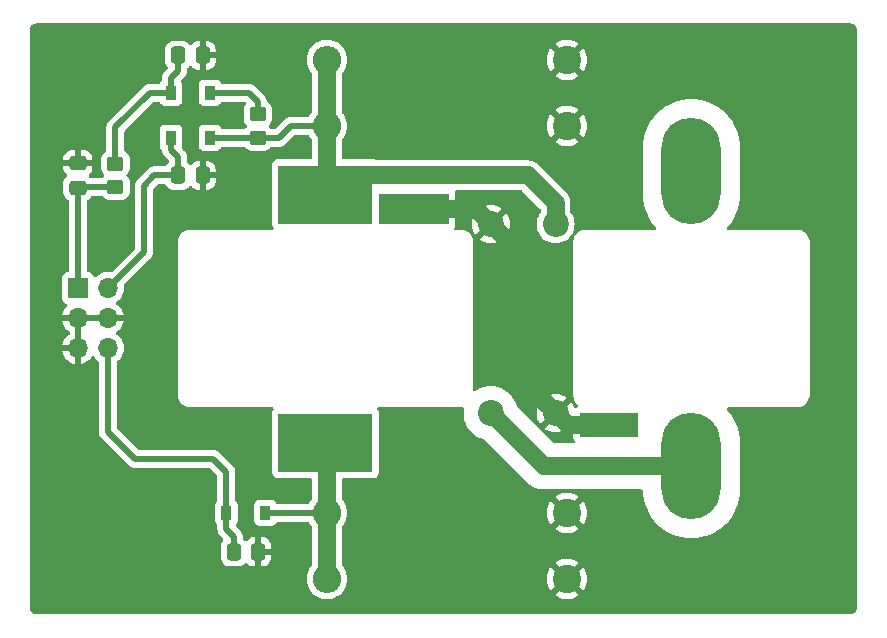
<source format=gtl>
G04 #@! TF.GenerationSoftware,KiCad,Pcbnew,7.0.9-7.0.9~ubuntu20.04.1*
G04 #@! TF.CreationDate,2023-12-17T17:20:06+01:00*
G04 #@! TF.ProjectId,swr,7377722e-6b69-4636-9164-5f7063625858,1.0*
G04 #@! TF.SameCoordinates,Original*
G04 #@! TF.FileFunction,Copper,L1,Top*
G04 #@! TF.FilePolarity,Positive*
%FSLAX46Y46*%
G04 Gerber Fmt 4.6, Leading zero omitted, Abs format (unit mm)*
G04 Created by KiCad (PCBNEW 7.0.9-7.0.9~ubuntu20.04.1) date 2023-12-17 17:20:06*
%MOMM*%
%LPD*%
G01*
G04 APERTURE LIST*
G04 Aperture macros list*
%AMRoundRect*
0 Rectangle with rounded corners*
0 $1 Rounding radius*
0 $2 $3 $4 $5 $6 $7 $8 $9 X,Y pos of 4 corners*
0 Add a 4 corners polygon primitive as box body*
4,1,4,$2,$3,$4,$5,$6,$7,$8,$9,$2,$3,0*
0 Add four circle primitives for the rounded corners*
1,1,$1+$1,$2,$3*
1,1,$1+$1,$4,$5*
1,1,$1+$1,$6,$7*
1,1,$1+$1,$8,$9*
0 Add four rect primitives between the rounded corners*
20,1,$1+$1,$2,$3,$4,$5,0*
20,1,$1+$1,$4,$5,$6,$7,0*
20,1,$1+$1,$6,$7,$8,$9,0*
20,1,$1+$1,$8,$9,$2,$3,0*%
G04 Aperture macros list end*
G04 #@! TA.AperFunction,SMDPad,CuDef*
%ADD10O,5.000000X9.000000*%
G04 #@! TD*
G04 #@! TA.AperFunction,ComponentPad*
%ADD11C,2.200000*%
G04 #@! TD*
G04 #@! TA.AperFunction,SMDPad,CuDef*
%ADD12R,8.000000X5.000000*%
G04 #@! TD*
G04 #@! TA.AperFunction,SMDPad,CuDef*
%ADD13R,5.000000X2.000000*%
G04 #@! TD*
G04 #@! TA.AperFunction,SMDPad,CuDef*
%ADD14RoundRect,0.250000X0.475000X-0.337500X0.475000X0.337500X-0.475000X0.337500X-0.475000X-0.337500X0*%
G04 #@! TD*
G04 #@! TA.AperFunction,SMDPad,CuDef*
%ADD15R,6.000000X2.500000*%
G04 #@! TD*
G04 #@! TA.AperFunction,SMDPad,CuDef*
%ADD16RoundRect,0.250000X-0.450000X0.350000X-0.450000X-0.350000X0.450000X-0.350000X0.450000X0.350000X0*%
G04 #@! TD*
G04 #@! TA.AperFunction,ComponentPad*
%ADD17C,2.400000*%
G04 #@! TD*
G04 #@! TA.AperFunction,ComponentPad*
%ADD18O,2.400000X2.400000*%
G04 #@! TD*
G04 #@! TA.AperFunction,SMDPad,CuDef*
%ADD19RoundRect,0.250000X-0.337500X-0.475000X0.337500X-0.475000X0.337500X0.475000X-0.337500X0.475000X0*%
G04 #@! TD*
G04 #@! TA.AperFunction,SMDPad,CuDef*
%ADD20RoundRect,0.250000X0.450000X-0.350000X0.450000X0.350000X-0.450000X0.350000X-0.450000X-0.350000X0*%
G04 #@! TD*
G04 #@! TA.AperFunction,ComponentPad*
%ADD21C,5.600000*%
G04 #@! TD*
G04 #@! TA.AperFunction,SMDPad,CuDef*
%ADD22R,0.900000X1.200000*%
G04 #@! TD*
G04 #@! TA.AperFunction,ComponentPad*
%ADD23R,1.700000X1.700000*%
G04 #@! TD*
G04 #@! TA.AperFunction,ComponentPad*
%ADD24O,1.700000X1.700000*%
G04 #@! TD*
G04 #@! TA.AperFunction,ViaPad*
%ADD25C,0.800000*%
G04 #@! TD*
G04 #@! TA.AperFunction,Conductor*
%ADD26C,0.500000*%
G04 #@! TD*
G04 #@! TA.AperFunction,Conductor*
%ADD27C,1.500000*%
G04 #@! TD*
G04 APERTURE END LIST*
D10*
X151000000Y-62500000D03*
D11*
X151000000Y-65000000D03*
D10*
X151000000Y-87500000D03*
D11*
X151000000Y-85000000D03*
X139500000Y-67000000D03*
X139500000Y-83000000D03*
D12*
X151000000Y-96500000D03*
D13*
X144000000Y-84000000D03*
D12*
X151000000Y-53500000D03*
D14*
X99060000Y-63902500D03*
X99060000Y-61827500D03*
D12*
X120015000Y-85500000D03*
X120015000Y-64500000D03*
D11*
X134015000Y-83000000D03*
X134015000Y-67000000D03*
D15*
X127515000Y-65750000D03*
D16*
X102235000Y-61865000D03*
X102235000Y-63865000D03*
D17*
X140462000Y-97028000D03*
D18*
X120142000Y-97028000D03*
D19*
X107547500Y-52705000D03*
X109622500Y-52705000D03*
D20*
X114300000Y-59690000D03*
X114300000Y-57690000D03*
D17*
X140462000Y-58674000D03*
D18*
X120142000Y-58674000D03*
D21*
X160000000Y-55000000D03*
D17*
X140462000Y-53086000D03*
D18*
X120142000Y-53086000D03*
D19*
X112246500Y-94742000D03*
X114321500Y-94742000D03*
D21*
X100000000Y-95000000D03*
D19*
X107547500Y-62865000D03*
X109622500Y-62865000D03*
D22*
X111634000Y-91440000D03*
X114934000Y-91440000D03*
X106935000Y-55880000D03*
X110235000Y-55880000D03*
D23*
X99060000Y-72405000D03*
D24*
X101600000Y-72405000D03*
X99060000Y-74945000D03*
X101600000Y-74945000D03*
X99060000Y-77485000D03*
X101600000Y-77485000D03*
D17*
X140462000Y-91440000D03*
D18*
X120142000Y-91440000D03*
D21*
X100000000Y-55000000D03*
X160000000Y-95000000D03*
D22*
X106935000Y-59690000D03*
X110235000Y-59690000D03*
D25*
X154940000Y-56007000D03*
X142240000Y-66167000D03*
X152400000Y-95250000D03*
X106299000Y-74295000D03*
X109855000Y-83693000D03*
X143510000Y-99060000D03*
X125095000Y-83693000D03*
X152400000Y-97790000D03*
X146050000Y-97790000D03*
X149860000Y-93980000D03*
X158369000Y-50927000D03*
X127515000Y-65750000D03*
X147320000Y-54737000D03*
X149860000Y-99060000D03*
X151130000Y-99060000D03*
X151130000Y-50927000D03*
X146050000Y-50927000D03*
X106299000Y-67945000D03*
X152400000Y-52197000D03*
X155956000Y-50927000D03*
X152400000Y-93980000D03*
X154940000Y-95250000D03*
X146050000Y-57277000D03*
X153670000Y-53467000D03*
X159766000Y-66167000D03*
X106299000Y-81915000D03*
X151130873Y-56002403D03*
X154686000Y-92710000D03*
X149860000Y-50927000D03*
X146050000Y-90170000D03*
X114935000Y-83693000D03*
X158496000Y-83820000D03*
X162179000Y-81280000D03*
X155956000Y-85090000D03*
X155956000Y-91440000D03*
X151130000Y-53467000D03*
X146050000Y-99060000D03*
X154940000Y-57277000D03*
X133731000Y-71755000D03*
X146050000Y-64897000D03*
X147320000Y-52197000D03*
X146050000Y-63627000D03*
X126111000Y-65786000D03*
X155956000Y-53467000D03*
X131862000Y-65750000D03*
X154940000Y-99060000D03*
X151130000Y-52197000D03*
X148590000Y-97790000D03*
X127635000Y-83693000D03*
X155956000Y-52197000D03*
X153670000Y-50927000D03*
X155956000Y-96520000D03*
X131318000Y-83693000D03*
X147320000Y-57277000D03*
X146050000Y-52197000D03*
X107315000Y-83693000D03*
X147320000Y-99060000D03*
X106299000Y-75565000D03*
X111760000Y-52705000D03*
X155956000Y-54737000D03*
X106299000Y-70485000D03*
X133731000Y-74295000D03*
X149860000Y-56007000D03*
X145465800Y-83997800D03*
X133731000Y-70485000D03*
X106299000Y-69215000D03*
X162179000Y-73660000D03*
X139700000Y-79375000D03*
X146050000Y-59817000D03*
X144780000Y-66167000D03*
X148590000Y-93980000D03*
X157226000Y-83820000D03*
X153670000Y-95250000D03*
X155956000Y-90170000D03*
X148590000Y-56007000D03*
X155956000Y-93980000D03*
X106299000Y-80645000D03*
X155956000Y-64897000D03*
X159766000Y-83820000D03*
X152400000Y-56007000D03*
X147320000Y-92710000D03*
X162179000Y-77470000D03*
X162179000Y-69850000D03*
X106299000Y-71755000D03*
X133731000Y-73025000D03*
X143510000Y-50927000D03*
X106299000Y-73025000D03*
X152400000Y-50927000D03*
X108585000Y-83693000D03*
X159639000Y-50927000D03*
X155956000Y-83820000D03*
X154940000Y-50927000D03*
X113665000Y-83693000D03*
X148590000Y-54737000D03*
X162179000Y-76200000D03*
X139700000Y-76835000D03*
X111760000Y-66294000D03*
X109220000Y-66294000D03*
X155956000Y-57277000D03*
X106299000Y-78105000D03*
X106807000Y-66675000D03*
X147320000Y-53467000D03*
X155956000Y-58547000D03*
X147320000Y-56007000D03*
X149860000Y-95250000D03*
X141552000Y-84000000D03*
X147320000Y-50927000D03*
X157099000Y-50927000D03*
X111760000Y-62865000D03*
X146050000Y-95250000D03*
X144780000Y-99060000D03*
X154940000Y-54737000D03*
X146050000Y-66167000D03*
X107950000Y-66294000D03*
X151130000Y-54737000D03*
X157099000Y-99060000D03*
X157226000Y-66167000D03*
X151130000Y-94030800D03*
X154940000Y-96520000D03*
X124968000Y-65786000D03*
X106299000Y-79375000D03*
X154940000Y-93980000D03*
X106299000Y-83185000D03*
X153670000Y-54737000D03*
X158496000Y-66167000D03*
X149860000Y-96520000D03*
X153670000Y-93980000D03*
X146050000Y-96520000D03*
X139700000Y-71755000D03*
X114300000Y-66294000D03*
X162179000Y-78740000D03*
X155956000Y-62357000D03*
X153670000Y-56007000D03*
X139700000Y-73025000D03*
X126365000Y-83693000D03*
X149860000Y-53467000D03*
X155956000Y-63627000D03*
X162179000Y-71120000D03*
X155956000Y-56007000D03*
X153670000Y-52197000D03*
X113030000Y-66294000D03*
X152400000Y-96520000D03*
X155956000Y-59817000D03*
X99060000Y-59690000D03*
X139700000Y-80645000D03*
X151130000Y-97790000D03*
X130175000Y-83693000D03*
X133731000Y-78105000D03*
X146050000Y-53467000D03*
X151130000Y-96520000D03*
X155956000Y-87630000D03*
X149860000Y-97790000D03*
X146050000Y-56007000D03*
X153670000Y-97790000D03*
X161036000Y-83566000D03*
X116205000Y-94615000D03*
X155956000Y-86360000D03*
X111125000Y-83693000D03*
X162179000Y-68580000D03*
X146050000Y-92710000D03*
X146050000Y-58547000D03*
X139700000Y-69215000D03*
X158242000Y-99060000D03*
X146050000Y-61087000D03*
X149860000Y-54737000D03*
X162179000Y-72390000D03*
X152400000Y-53467000D03*
X155956000Y-61087000D03*
X154940000Y-52197000D03*
X148590000Y-95250000D03*
X155956000Y-97790000D03*
X144000000Y-84000000D03*
X146050000Y-93980000D03*
X133731000Y-75565000D03*
X146050000Y-91440000D03*
X148590000Y-99060000D03*
X161163000Y-66421000D03*
X148590000Y-53467000D03*
X159385000Y-99060000D03*
X154940000Y-53467000D03*
X162052000Y-82550000D03*
X142822000Y-84000000D03*
X133731000Y-76835000D03*
X146050000Y-54737000D03*
X146050000Y-62357000D03*
X162052000Y-67310000D03*
X155956000Y-92710000D03*
X155956000Y-66167000D03*
X155956000Y-95250000D03*
X130338000Y-65750000D03*
X151130000Y-95250000D03*
X149860000Y-52197000D03*
X154940000Y-97790000D03*
X148590000Y-96520000D03*
X110490000Y-66294000D03*
X106299000Y-76835000D03*
X133731000Y-69215000D03*
X155956000Y-99060000D03*
X152400000Y-54737000D03*
X148590000Y-52197000D03*
X133731000Y-79375000D03*
X142240000Y-99060000D03*
X139700000Y-78105000D03*
X152400000Y-99060000D03*
X142240000Y-50927000D03*
X128905000Y-83693000D03*
X139700000Y-74295000D03*
X147320000Y-95250000D03*
X148590000Y-50927000D03*
X139700000Y-70485000D03*
X139700000Y-75565000D03*
X153670000Y-99060000D03*
X147320000Y-93980000D03*
X162179000Y-80010000D03*
X155956000Y-88900000D03*
X147320000Y-96520000D03*
X143510000Y-66167000D03*
X162179000Y-74930000D03*
X128941000Y-65750000D03*
X153670000Y-96520000D03*
X147320000Y-97790000D03*
X144780000Y-50927000D03*
X112395000Y-83693000D03*
D26*
X107547500Y-53996500D02*
X107547500Y-52705000D01*
X105156000Y-55880000D02*
X102235000Y-58801000D01*
X106935000Y-55880000D02*
X106935000Y-54609000D01*
X102235000Y-58801000D02*
X102235000Y-61865000D01*
X106935000Y-55880000D02*
X105156000Y-55880000D01*
X106935000Y-54609000D02*
X107547500Y-53996500D01*
X111634000Y-91440000D02*
X111634000Y-92838000D01*
X112246500Y-93450500D02*
X112246500Y-94742000D01*
X103886000Y-86868000D02*
X101600000Y-84582000D01*
X111634000Y-88012000D02*
X110490000Y-86868000D01*
X111634000Y-91440000D02*
X111634000Y-88012000D01*
X111634000Y-92838000D02*
X112246500Y-93450500D01*
X110490000Y-86868000D02*
X103886000Y-86868000D01*
X101600000Y-84582000D02*
X101600000Y-77485000D01*
D27*
X141552000Y-84000000D02*
X142822000Y-84000000D01*
X136906000Y-80406000D02*
X136906000Y-69891000D01*
X128941000Y-65750000D02*
X130338000Y-65750000D01*
X130338000Y-65750000D02*
X131862000Y-65750000D01*
X131862000Y-65750000D02*
X132765000Y-65750000D01*
X132765000Y-65750000D02*
X134015000Y-67000000D01*
X139500000Y-83000000D02*
X139515000Y-83000000D01*
X140515000Y-84000000D02*
X141552000Y-84000000D01*
X139500000Y-83000000D02*
X136906000Y-80406000D01*
X139515000Y-83000000D02*
X140515000Y-84000000D01*
X142822000Y-84000000D02*
X144000000Y-84000000D01*
X127515000Y-65750000D02*
X128941000Y-65750000D01*
X136906000Y-69891000D02*
X134015000Y-67000000D01*
D26*
X101600000Y-72405000D02*
X104648000Y-69357000D01*
X104648000Y-69357000D02*
X104648000Y-63754000D01*
X106935000Y-60707000D02*
X107547500Y-61319500D01*
X106935000Y-59690000D02*
X106935000Y-60707000D01*
X107547500Y-61319500D02*
X107547500Y-62865000D01*
X104648000Y-63754000D02*
X105537000Y-62865000D01*
X105537000Y-62865000D02*
X107547500Y-62865000D01*
D27*
X120142000Y-85627000D02*
X120015000Y-85500000D01*
X120142000Y-91440000D02*
X120142000Y-85627000D01*
X120142000Y-97028000D02*
X120142000Y-91440000D01*
D26*
X114934000Y-91440000D02*
X120142000Y-91440000D01*
X99060000Y-63902500D02*
X99060000Y-72405000D01*
X99097500Y-63865000D02*
X99060000Y-63902500D01*
X102235000Y-63865000D02*
X99097500Y-63865000D01*
X116078000Y-59690000D02*
X117094000Y-58674000D01*
D27*
X120142000Y-53086000D02*
X120142000Y-58674000D01*
X139500000Y-65205000D02*
X137160000Y-62865000D01*
D26*
X114300000Y-59690000D02*
X110235000Y-59690000D01*
D27*
X120142000Y-64373000D02*
X120015000Y-64500000D01*
X139500000Y-67000000D02*
X139500000Y-65205000D01*
X137160000Y-62865000D02*
X121650000Y-62865000D01*
X121650000Y-62865000D02*
X120015000Y-64500000D01*
D26*
X114300000Y-59690000D02*
X116078000Y-59690000D01*
X117094000Y-58674000D02*
X120142000Y-58674000D01*
D27*
X120142000Y-58674000D02*
X120142000Y-64373000D01*
D26*
X114300000Y-57690000D02*
X114300000Y-56642000D01*
X114300000Y-56642000D02*
X113538000Y-55880000D01*
X113538000Y-55880000D02*
X110235000Y-55880000D01*
D27*
X138515000Y-87500000D02*
X151000000Y-87500000D01*
X134015000Y-83000000D02*
X138515000Y-87500000D01*
G04 #@! TA.AperFunction,Conductor*
G36*
X99314000Y-77051325D02*
G01*
X99202315Y-77000320D01*
X99095763Y-76985000D01*
X99024237Y-76985000D01*
X98917685Y-77000320D01*
X98806000Y-77051325D01*
X98806000Y-75378674D01*
X98917685Y-75429680D01*
X99024237Y-75445000D01*
X99095763Y-75445000D01*
X99202315Y-75429680D01*
X99314000Y-75378674D01*
X99314000Y-77051325D01*
G37*
G04 #@! TD.AperFunction*
G04 #@! TA.AperFunction,Conductor*
G36*
X101140507Y-74735156D02*
G01*
X101100000Y-74873111D01*
X101100000Y-75016889D01*
X101140507Y-75154844D01*
X101168884Y-75199000D01*
X99491116Y-75199000D01*
X99519493Y-75154844D01*
X99560000Y-75016889D01*
X99560000Y-74873111D01*
X99519493Y-74735156D01*
X99491116Y-74691000D01*
X101168884Y-74691000D01*
X101140507Y-74735156D01*
G37*
G04 #@! TD.AperFunction*
G04 #@! TA.AperFunction,Conductor*
G36*
X164503511Y-50000895D02*
G01*
X164526356Y-50003469D01*
X164605633Y-50013906D01*
X164630785Y-50019895D01*
X164664224Y-50031595D01*
X164664700Y-50031762D01*
X164668001Y-50033022D01*
X164722028Y-50055400D01*
X164740840Y-50065119D01*
X164775466Y-50086876D01*
X164780303Y-50090240D01*
X164828152Y-50126957D01*
X164834346Y-50132388D01*
X164867609Y-50165651D01*
X164873041Y-50171846D01*
X164909758Y-50219695D01*
X164913122Y-50224532D01*
X164934879Y-50259158D01*
X164944600Y-50277975D01*
X164966976Y-50331997D01*
X164968236Y-50335298D01*
X164980100Y-50369200D01*
X164986093Y-50394371D01*
X164996529Y-50473645D01*
X164999103Y-50496476D01*
X164999500Y-50503539D01*
X164999500Y-99496460D01*
X164999103Y-99503523D01*
X164996529Y-99526354D01*
X164986093Y-99605627D01*
X164980100Y-99630798D01*
X164968236Y-99664700D01*
X164966976Y-99668001D01*
X164944600Y-99722023D01*
X164934879Y-99740840D01*
X164913122Y-99775466D01*
X164909758Y-99780303D01*
X164873041Y-99828152D01*
X164867602Y-99834355D01*
X164834355Y-99867602D01*
X164828152Y-99873041D01*
X164780303Y-99909758D01*
X164775466Y-99913122D01*
X164740840Y-99934879D01*
X164722023Y-99944600D01*
X164668001Y-99966976D01*
X164664700Y-99968236D01*
X164630798Y-99980100D01*
X164605627Y-99986093D01*
X164526354Y-99996529D01*
X164503523Y-99999103D01*
X164496460Y-99999500D01*
X95503540Y-99999500D01*
X95496477Y-99999103D01*
X95473646Y-99996529D01*
X95394371Y-99986093D01*
X95369200Y-99980100D01*
X95335298Y-99968236D01*
X95331997Y-99966976D01*
X95277975Y-99944600D01*
X95259158Y-99934879D01*
X95224532Y-99913122D01*
X95219695Y-99909758D01*
X95171846Y-99873041D01*
X95165651Y-99867609D01*
X95132388Y-99834346D01*
X95126957Y-99828152D01*
X95090240Y-99780303D01*
X95086876Y-99775466D01*
X95065119Y-99740840D01*
X95055400Y-99722028D01*
X95033022Y-99668001D01*
X95031762Y-99664700D01*
X95031595Y-99664224D01*
X95019895Y-99630785D01*
X95013906Y-99605633D01*
X95003469Y-99526356D01*
X95000895Y-99503513D01*
X95000500Y-99496457D01*
X95000500Y-73303649D01*
X97701500Y-73303649D01*
X97708009Y-73364196D01*
X97708011Y-73364204D01*
X97759110Y-73501202D01*
X97759112Y-73501207D01*
X97846738Y-73618261D01*
X97963792Y-73705887D01*
X97963796Y-73705889D01*
X98079312Y-73748975D01*
X98136148Y-73791522D01*
X98160958Y-73858042D01*
X98145866Y-73927416D01*
X98127981Y-73952367D01*
X97984674Y-74108041D01*
X97861580Y-74296451D01*
X97771179Y-74502543D01*
X97771176Y-74502550D01*
X97723455Y-74690999D01*
X97723456Y-74691000D01*
X98628884Y-74691000D01*
X98600507Y-74735156D01*
X98560000Y-74873111D01*
X98560000Y-75016889D01*
X98600507Y-75154844D01*
X98628884Y-75199000D01*
X97723455Y-75199000D01*
X97771176Y-75387449D01*
X97771179Y-75387456D01*
X97861580Y-75593548D01*
X97984674Y-75781958D01*
X98137097Y-75947534D01*
X98314698Y-76085767D01*
X98314699Y-76085768D01*
X98348734Y-76104187D01*
X98399123Y-76154201D01*
X98414475Y-76223518D01*
X98389913Y-76290130D01*
X98348734Y-76325813D01*
X98314699Y-76344231D01*
X98314698Y-76344232D01*
X98137097Y-76482465D01*
X97984674Y-76648041D01*
X97861580Y-76836451D01*
X97771179Y-77042543D01*
X97771176Y-77042550D01*
X97723455Y-77230999D01*
X97723456Y-77231000D01*
X98628884Y-77231000D01*
X98600507Y-77275156D01*
X98560000Y-77413111D01*
X98560000Y-77556889D01*
X98600507Y-77694844D01*
X98628884Y-77739000D01*
X97723455Y-77739000D01*
X97771176Y-77927449D01*
X97771179Y-77927456D01*
X97861580Y-78133548D01*
X97984674Y-78321958D01*
X98137097Y-78487534D01*
X98314698Y-78625767D01*
X98314699Y-78625768D01*
X98512628Y-78732882D01*
X98512630Y-78732883D01*
X98725483Y-78805955D01*
X98725492Y-78805957D01*
X98806000Y-78819391D01*
X98806000Y-77918674D01*
X98917685Y-77969680D01*
X99024237Y-77985000D01*
X99095763Y-77985000D01*
X99202315Y-77969680D01*
X99314000Y-77918674D01*
X99314000Y-78819390D01*
X99394507Y-78805957D01*
X99394516Y-78805955D01*
X99607369Y-78732883D01*
X99607371Y-78732882D01*
X99805300Y-78625768D01*
X99805301Y-78625767D01*
X99982902Y-78487534D01*
X100135327Y-78321955D01*
X100224217Y-78185899D01*
X100278220Y-78139810D01*
X100348568Y-78130235D01*
X100412925Y-78160212D01*
X100435183Y-78185898D01*
X100524279Y-78322270D01*
X100597082Y-78401353D01*
X100676760Y-78487906D01*
X100792892Y-78578296D01*
X100834362Y-78635919D01*
X100841500Y-78677726D01*
X100841500Y-84517559D01*
X100840170Y-84535819D01*
X100836659Y-84559786D01*
X100836659Y-84559794D01*
X100841260Y-84612372D01*
X100841500Y-84617866D01*
X100841500Y-84626182D01*
X100845347Y-84659094D01*
X100852112Y-84736419D01*
X100853596Y-84743606D01*
X100853531Y-84743619D01*
X100855165Y-84750989D01*
X100855229Y-84750975D01*
X100856921Y-84758116D01*
X100876835Y-84812827D01*
X100882732Y-84829030D01*
X100883473Y-84831064D01*
X100907885Y-84904736D01*
X100910987Y-84911388D01*
X100910926Y-84911416D01*
X100914211Y-84918202D01*
X100914270Y-84918173D01*
X100917560Y-84924724D01*
X100960233Y-84989605D01*
X101000967Y-85055648D01*
X101005522Y-85061408D01*
X101005468Y-85061450D01*
X101010228Y-85067292D01*
X101010279Y-85067250D01*
X101014993Y-85072868D01*
X101071482Y-85126163D01*
X103304092Y-87358773D01*
X103316065Y-87372627D01*
X103330530Y-87392057D01*
X103370975Y-87425994D01*
X103375021Y-87429702D01*
X103380899Y-87435580D01*
X103406896Y-87456136D01*
X103466360Y-87506032D01*
X103466366Y-87506035D01*
X103472495Y-87510067D01*
X103472457Y-87510123D01*
X103478811Y-87514171D01*
X103478847Y-87514114D01*
X103485089Y-87517964D01*
X103485091Y-87517965D01*
X103485094Y-87517967D01*
X103555447Y-87550773D01*
X103624812Y-87585609D01*
X103624814Y-87585609D01*
X103631713Y-87588121D01*
X103631689Y-87588184D01*
X103638806Y-87590658D01*
X103638828Y-87590594D01*
X103645792Y-87592902D01*
X103721818Y-87608599D01*
X103797343Y-87626500D01*
X103804632Y-87627352D01*
X103804624Y-87627418D01*
X103812122Y-87628184D01*
X103812128Y-87628118D01*
X103819435Y-87628756D01*
X103819442Y-87628758D01*
X103897045Y-87626500D01*
X110123629Y-87626500D01*
X110191750Y-87646502D01*
X110212724Y-87663405D01*
X110838595Y-88289276D01*
X110872621Y-88351588D01*
X110875500Y-88378371D01*
X110875500Y-90372674D01*
X110855498Y-90440795D01*
X110825011Y-90473540D01*
X110820739Y-90476737D01*
X110733112Y-90593792D01*
X110733110Y-90593797D01*
X110682011Y-90730795D01*
X110682009Y-90730803D01*
X110675500Y-90791350D01*
X110675500Y-92088649D01*
X110682009Y-92149196D01*
X110682011Y-92149204D01*
X110733110Y-92286202D01*
X110733110Y-92286203D01*
X110733111Y-92286204D01*
X110820739Y-92403261D01*
X110825005Y-92406454D01*
X110867554Y-92463287D01*
X110875500Y-92507325D01*
X110875500Y-92773559D01*
X110874170Y-92791819D01*
X110870659Y-92815786D01*
X110870659Y-92815794D01*
X110875260Y-92868372D01*
X110875500Y-92873866D01*
X110875500Y-92882180D01*
X110879347Y-92915095D01*
X110880067Y-92923321D01*
X110886112Y-92992419D01*
X110887596Y-92999606D01*
X110887531Y-92999619D01*
X110889165Y-93006989D01*
X110889229Y-93006975D01*
X110890921Y-93014116D01*
X110901396Y-93042894D01*
X110917473Y-93087065D01*
X110927811Y-93118262D01*
X110941885Y-93160736D01*
X110944987Y-93167388D01*
X110944926Y-93167416D01*
X110948211Y-93174202D01*
X110948270Y-93174173D01*
X110951560Y-93180724D01*
X110994233Y-93245605D01*
X111034967Y-93311648D01*
X111039522Y-93317408D01*
X111039468Y-93317450D01*
X111044228Y-93323292D01*
X111044279Y-93323250D01*
X111048993Y-93328868D01*
X111105482Y-93382163D01*
X111324222Y-93600904D01*
X111358248Y-93663216D01*
X111353183Y-93734031D01*
X111324225Y-93779092D01*
X111309970Y-93793347D01*
X111216885Y-93944262D01*
X111161113Y-94112572D01*
X111161112Y-94112579D01*
X111150500Y-94216446D01*
X111150500Y-95267544D01*
X111161112Y-95371425D01*
X111216885Y-95539738D01*
X111309970Y-95690652D01*
X111309975Y-95690658D01*
X111435341Y-95816024D01*
X111435347Y-95816029D01*
X111435348Y-95816030D01*
X111586262Y-95909115D01*
X111754574Y-95964887D01*
X111858455Y-95975500D01*
X112634544Y-95975499D01*
X112738426Y-95964887D01*
X112906738Y-95909115D01*
X113057652Y-95816030D01*
X113183030Y-95690652D01*
X113183037Y-95690639D01*
X113185478Y-95687554D01*
X113187709Y-95685973D01*
X113188220Y-95685463D01*
X113188307Y-95685550D01*
X113243416Y-95646521D01*
X113314340Y-95643324D01*
X113375734Y-95678980D01*
X113383161Y-95687551D01*
X113385369Y-95690344D01*
X113510654Y-95815629D01*
X113510660Y-95815634D01*
X113661474Y-95908657D01*
X113829678Y-95964393D01*
X113829681Y-95964394D01*
X113933483Y-95974999D01*
X113933483Y-95975000D01*
X114067500Y-95975000D01*
X114067500Y-94996000D01*
X114575500Y-94996000D01*
X114575500Y-95975000D01*
X114709517Y-95975000D01*
X114709516Y-95974999D01*
X114813318Y-95964394D01*
X114813321Y-95964393D01*
X114981525Y-95908657D01*
X115132339Y-95815634D01*
X115132345Y-95815629D01*
X115257629Y-95690345D01*
X115257634Y-95690339D01*
X115350657Y-95539525D01*
X115406393Y-95371321D01*
X115406394Y-95371318D01*
X115416999Y-95267516D01*
X115417000Y-95267516D01*
X115417000Y-94996000D01*
X114575500Y-94996000D01*
X114067500Y-94996000D01*
X114067500Y-93509000D01*
X114575500Y-93509000D01*
X114575500Y-94488000D01*
X115417000Y-94488000D01*
X115417000Y-94216483D01*
X115406394Y-94112681D01*
X115406393Y-94112678D01*
X115350657Y-93944474D01*
X115257634Y-93793660D01*
X115257629Y-93793654D01*
X115132345Y-93668370D01*
X115132339Y-93668365D01*
X114981525Y-93575342D01*
X114813321Y-93519606D01*
X114813318Y-93519605D01*
X114709516Y-93509000D01*
X114575500Y-93509000D01*
X114067500Y-93509000D01*
X113933483Y-93509000D01*
X113829681Y-93519605D01*
X113829678Y-93519606D01*
X113661474Y-93575342D01*
X113510660Y-93668365D01*
X113510654Y-93668370D01*
X113385370Y-93793654D01*
X113383157Y-93796454D01*
X113381149Y-93797875D01*
X113380175Y-93798850D01*
X113380008Y-93798683D01*
X113325216Y-93837482D01*
X113254291Y-93840672D01*
X113192900Y-93805011D01*
X113185483Y-93796450D01*
X113183031Y-93793350D01*
X113183030Y-93793348D01*
X113057652Y-93667970D01*
X113057649Y-93667968D01*
X113052846Y-93664170D01*
X113011819Y-93606227D01*
X113005000Y-93565337D01*
X113005000Y-93514941D01*
X113006330Y-93496682D01*
X113007440Y-93489100D01*
X113009841Y-93472711D01*
X113005988Y-93428666D01*
X113005240Y-93420114D01*
X113005000Y-93414621D01*
X113005000Y-93406319D01*
X113001152Y-93373405D01*
X112997256Y-93328874D01*
X112994387Y-93296074D01*
X112994385Y-93296070D01*
X112992903Y-93288888D01*
X112992969Y-93288874D01*
X112991337Y-93281512D01*
X112991272Y-93281528D01*
X112989580Y-93274390D01*
X112963026Y-93201434D01*
X112956166Y-93180732D01*
X112938614Y-93127762D01*
X112938609Y-93127755D01*
X112935512Y-93121111D01*
X112935574Y-93121081D01*
X112932288Y-93114295D01*
X112932228Y-93114326D01*
X112928933Y-93107765D01*
X112886266Y-93042894D01*
X112864111Y-93006975D01*
X112845530Y-92976849D01*
X112845527Y-92976846D01*
X112840978Y-92971092D01*
X112841031Y-92971049D01*
X112836266Y-92965200D01*
X112836215Y-92965244D01*
X112831498Y-92959622D01*
X112775018Y-92906337D01*
X112642240Y-92773559D01*
X112448694Y-92580013D01*
X112414671Y-92517703D01*
X112419735Y-92446888D01*
X112442724Y-92411120D01*
X112441860Y-92410474D01*
X112447257Y-92403263D01*
X112447261Y-92403261D01*
X112534889Y-92286204D01*
X112585989Y-92149201D01*
X112590799Y-92104467D01*
X112592499Y-92088649D01*
X112592500Y-92088632D01*
X112592500Y-90791367D01*
X112592499Y-90791350D01*
X112585990Y-90730803D01*
X112585988Y-90730795D01*
X112540128Y-90607842D01*
X112534889Y-90593796D01*
X112534888Y-90593794D01*
X112534887Y-90593792D01*
X112447260Y-90476737D01*
X112442989Y-90473540D01*
X112400443Y-90416704D01*
X112392500Y-90372674D01*
X112392500Y-88076435D01*
X112393831Y-88058172D01*
X112397340Y-88034216D01*
X112397341Y-88034211D01*
X112394882Y-88006105D01*
X112392740Y-87981613D01*
X112392500Y-87976120D01*
X112392500Y-87967824D01*
X112388652Y-87934904D01*
X112387741Y-87924497D01*
X112381887Y-87857573D01*
X112381886Y-87857570D01*
X112381886Y-87857568D01*
X112380403Y-87850387D01*
X112380469Y-87850373D01*
X112378839Y-87843019D01*
X112378773Y-87843035D01*
X112377079Y-87835893D01*
X112377079Y-87835887D01*
X112350530Y-87762944D01*
X112326114Y-87689261D01*
X112326110Y-87689255D01*
X112323014Y-87682615D01*
X112323076Y-87682586D01*
X112319791Y-87675800D01*
X112319731Y-87675831D01*
X112316435Y-87669268D01*
X112273771Y-87604400D01*
X112233031Y-87538350D01*
X112228477Y-87532591D01*
X112228530Y-87532548D01*
X112223766Y-87526700D01*
X112223715Y-87526744D01*
X112218998Y-87521122D01*
X112162518Y-87467837D01*
X111071908Y-86377227D01*
X111059936Y-86363375D01*
X111045469Y-86343942D01*
X111045467Y-86343940D01*
X111005024Y-86310003D01*
X111000970Y-86306289D01*
X110995107Y-86300425D01*
X110969104Y-86279864D01*
X110909636Y-86229965D01*
X110903506Y-86225933D01*
X110903541Y-86225878D01*
X110897187Y-86221829D01*
X110897153Y-86221886D01*
X110890906Y-86218033D01*
X110820540Y-86185220D01*
X110751188Y-86150391D01*
X110751186Y-86150390D01*
X110751183Y-86150389D01*
X110744289Y-86147880D01*
X110744311Y-86147817D01*
X110737189Y-86145341D01*
X110737169Y-86145404D01*
X110730209Y-86143097D01*
X110654150Y-86127392D01*
X110578652Y-86109499D01*
X110571367Y-86108648D01*
X110571374Y-86108580D01*
X110563877Y-86107814D01*
X110563872Y-86107881D01*
X110556559Y-86107241D01*
X110556558Y-86107241D01*
X110478920Y-86109500D01*
X104252371Y-86109500D01*
X104184250Y-86089498D01*
X104163276Y-86072595D01*
X102395405Y-84304724D01*
X102361379Y-84242412D01*
X102358500Y-84215629D01*
X102358500Y-81587531D01*
X107514500Y-81587531D01*
X107544898Y-81759936D01*
X107544898Y-81759938D01*
X107604773Y-81924441D01*
X107604774Y-81924443D01*
X107604775Y-81924445D01*
X107692308Y-82076055D01*
X107804837Y-82210163D01*
X107938945Y-82322692D01*
X108090555Y-82410225D01*
X108255062Y-82470101D01*
X108427468Y-82500500D01*
X108514901Y-82500500D01*
X115502010Y-82500500D01*
X115570131Y-82520502D01*
X115616624Y-82574158D01*
X115626728Y-82644432D01*
X115602878Y-82702009D01*
X115564112Y-82753792D01*
X115564110Y-82753797D01*
X115513011Y-82890795D01*
X115513009Y-82890803D01*
X115506500Y-82951350D01*
X115506500Y-88048649D01*
X115513009Y-88109196D01*
X115513011Y-88109204D01*
X115564110Y-88246202D01*
X115564112Y-88246207D01*
X115651738Y-88363261D01*
X115768792Y-88450887D01*
X115768794Y-88450888D01*
X115768796Y-88450889D01*
X115827875Y-88472924D01*
X115905795Y-88501988D01*
X115905803Y-88501990D01*
X115966350Y-88508499D01*
X115966355Y-88508499D01*
X115966362Y-88508500D01*
X118757500Y-88508500D01*
X118825621Y-88528502D01*
X118872114Y-88582158D01*
X118883500Y-88634500D01*
X118883500Y-90233798D01*
X118863498Y-90301919D01*
X118856011Y-90312357D01*
X118726415Y-90474865D01*
X118726410Y-90474872D01*
X118643487Y-90618500D01*
X118592104Y-90667493D01*
X118534368Y-90681500D01*
X115955084Y-90681500D01*
X115886963Y-90661498D01*
X115840470Y-90607842D01*
X115837029Y-90599533D01*
X115834889Y-90593797D01*
X115834887Y-90593792D01*
X115747261Y-90476738D01*
X115630207Y-90389112D01*
X115630202Y-90389110D01*
X115493204Y-90338011D01*
X115493196Y-90338009D01*
X115432649Y-90331500D01*
X115432638Y-90331500D01*
X114435362Y-90331500D01*
X114435350Y-90331500D01*
X114374803Y-90338009D01*
X114374795Y-90338011D01*
X114237797Y-90389110D01*
X114237792Y-90389112D01*
X114120738Y-90476738D01*
X114033112Y-90593792D01*
X114033110Y-90593797D01*
X113982011Y-90730795D01*
X113982009Y-90730803D01*
X113975500Y-90791350D01*
X113975500Y-92088649D01*
X113982009Y-92149196D01*
X113982011Y-92149204D01*
X114033110Y-92286202D01*
X114033112Y-92286207D01*
X114120738Y-92403261D01*
X114237792Y-92490887D01*
X114237794Y-92490888D01*
X114237796Y-92490889D01*
X114281862Y-92507325D01*
X114374795Y-92541988D01*
X114374803Y-92541990D01*
X114435350Y-92548499D01*
X114435355Y-92548499D01*
X114435362Y-92548500D01*
X114435368Y-92548500D01*
X115432632Y-92548500D01*
X115432638Y-92548500D01*
X115432645Y-92548499D01*
X115432649Y-92548499D01*
X115493196Y-92541990D01*
X115493199Y-92541989D01*
X115493201Y-92541989D01*
X115630204Y-92490889D01*
X115747261Y-92403261D01*
X115834889Y-92286204D01*
X115837029Y-92280467D01*
X115879576Y-92223631D01*
X115946096Y-92198821D01*
X115955084Y-92198500D01*
X118534368Y-92198500D01*
X118602489Y-92218502D01*
X118643487Y-92261500D01*
X118726410Y-92405127D01*
X118726412Y-92405130D01*
X118726413Y-92405131D01*
X118856011Y-92567642D01*
X118882845Y-92633371D01*
X118883500Y-92646201D01*
X118883500Y-95821798D01*
X118863498Y-95889919D01*
X118856011Y-95900357D01*
X118726415Y-96062865D01*
X118726410Y-96062872D01*
X118598376Y-96284633D01*
X118598374Y-96284637D01*
X118504827Y-96522994D01*
X118504826Y-96522997D01*
X118447845Y-96772643D01*
X118428709Y-97028000D01*
X118447845Y-97283356D01*
X118504826Y-97533002D01*
X118504827Y-97533005D01*
X118598374Y-97771362D01*
X118598376Y-97771366D01*
X118726410Y-97993127D01*
X118726412Y-97993130D01*
X118726413Y-97993131D01*
X118886069Y-98193334D01*
X119073781Y-98367505D01*
X119073787Y-98367509D01*
X119285345Y-98511748D01*
X119285352Y-98511752D01*
X119285355Y-98511754D01*
X119418360Y-98575806D01*
X119516060Y-98622856D01*
X119516073Y-98622861D01*
X119760746Y-98698332D01*
X119760748Y-98698332D01*
X119760757Y-98698335D01*
X120013966Y-98736500D01*
X120013970Y-98736500D01*
X120270030Y-98736500D01*
X120270034Y-98736500D01*
X120523243Y-98698335D01*
X120524838Y-98697843D01*
X120767929Y-98622860D01*
X120767930Y-98622859D01*
X120767935Y-98622858D01*
X120998646Y-98511754D01*
X121210219Y-98367505D01*
X121397931Y-98193334D01*
X121557587Y-97993131D01*
X121685622Y-97771369D01*
X121685711Y-97771144D01*
X121747951Y-97612556D01*
X121779174Y-97533001D01*
X121836155Y-97283353D01*
X121855291Y-97028000D01*
X138749211Y-97028000D01*
X138768341Y-97283281D01*
X138825305Y-97532854D01*
X138825306Y-97532856D01*
X138918826Y-97771144D01*
X138918828Y-97771148D01*
X139046824Y-97992844D01*
X139046829Y-97992852D01*
X139087250Y-98043537D01*
X139087252Y-98043537D01*
X139897570Y-97233219D01*
X139937901Y-97330588D01*
X140034075Y-97455925D01*
X140159412Y-97552099D01*
X140256779Y-97592429D01*
X139446421Y-98402786D01*
X139446421Y-98402787D01*
X139605610Y-98511321D01*
X139605611Y-98511322D01*
X139836239Y-98622386D01*
X140080862Y-98697844D01*
X140080870Y-98697845D01*
X140334008Y-98736000D01*
X140589992Y-98736000D01*
X140843129Y-98697845D01*
X140843141Y-98697843D01*
X141087746Y-98622392D01*
X141087753Y-98622389D01*
X141318397Y-98511318D01*
X141318399Y-98511317D01*
X141477577Y-98402789D01*
X141477578Y-98402787D01*
X140667220Y-97592429D01*
X140764588Y-97552099D01*
X140889925Y-97455925D01*
X140986099Y-97330589D01*
X141026429Y-97233220D01*
X141836747Y-98043538D01*
X141836748Y-98043537D01*
X141877172Y-97992849D01*
X141877172Y-97992848D01*
X142005171Y-97771148D01*
X142005173Y-97771144D01*
X142098693Y-97532856D01*
X142098694Y-97532854D01*
X142155658Y-97283281D01*
X142174788Y-97028000D01*
X142155658Y-96772718D01*
X142098694Y-96523145D01*
X142098693Y-96523143D01*
X142005173Y-96284855D01*
X142005171Y-96284851D01*
X141877175Y-96063155D01*
X141836747Y-96012460D01*
X141026429Y-96822778D01*
X140986099Y-96725412D01*
X140889925Y-96600075D01*
X140764588Y-96503901D01*
X140667220Y-96463570D01*
X141477578Y-95653211D01*
X141318390Y-95544678D01*
X141318389Y-95544677D01*
X141087753Y-95433610D01*
X141087746Y-95433607D01*
X140843141Y-95358156D01*
X140843129Y-95358154D01*
X140589992Y-95320000D01*
X140334008Y-95320000D01*
X140080870Y-95358154D01*
X140080862Y-95358155D01*
X139836239Y-95433613D01*
X139605611Y-95544677D01*
X139605603Y-95544682D01*
X139446421Y-95653210D01*
X139446421Y-95653212D01*
X140256779Y-96463570D01*
X140159412Y-96503901D01*
X140034075Y-96600075D01*
X139937901Y-96725411D01*
X139897570Y-96822779D01*
X139087252Y-96012461D01*
X139087250Y-96012461D01*
X139046828Y-96063148D01*
X139046825Y-96063153D01*
X138918828Y-96284851D01*
X138918826Y-96284855D01*
X138825306Y-96523143D01*
X138825305Y-96523145D01*
X138768341Y-96772718D01*
X138749211Y-97028000D01*
X121855291Y-97028000D01*
X121836155Y-96772647D01*
X121779174Y-96522999D01*
X121741890Y-96428000D01*
X121685625Y-96284637D01*
X121685623Y-96284633D01*
X121557589Y-96062872D01*
X121557584Y-96062865D01*
X121427989Y-95900357D01*
X121401155Y-95834627D01*
X121400500Y-95821798D01*
X121400500Y-92646201D01*
X121420502Y-92578080D01*
X121427982Y-92567649D01*
X121557587Y-92405131D01*
X121685622Y-92183369D01*
X121685711Y-92183144D01*
X121747951Y-92024556D01*
X121779174Y-91945001D01*
X121836155Y-91695353D01*
X121855291Y-91440000D01*
X138749211Y-91440000D01*
X138768341Y-91695281D01*
X138825305Y-91944854D01*
X138825306Y-91944856D01*
X138918826Y-92183144D01*
X138918828Y-92183148D01*
X139046824Y-92404844D01*
X139046829Y-92404852D01*
X139087250Y-92455537D01*
X139087252Y-92455537D01*
X139897570Y-91645219D01*
X139937901Y-91742588D01*
X140034075Y-91867925D01*
X140159412Y-91964099D01*
X140256779Y-92004429D01*
X139446421Y-92814786D01*
X139446421Y-92814787D01*
X139605610Y-92923321D01*
X139605611Y-92923322D01*
X139836239Y-93034386D01*
X140080862Y-93109844D01*
X140080870Y-93109845D01*
X140334008Y-93148000D01*
X140589992Y-93148000D01*
X140843129Y-93109845D01*
X140843141Y-93109843D01*
X141087746Y-93034392D01*
X141087753Y-93034389D01*
X141318397Y-92923318D01*
X141318399Y-92923317D01*
X141477577Y-92814789D01*
X141477578Y-92814787D01*
X140667220Y-92004429D01*
X140764588Y-91964099D01*
X140889925Y-91867925D01*
X140986099Y-91742589D01*
X141026429Y-91645220D01*
X141836747Y-92455538D01*
X141836748Y-92455537D01*
X141877172Y-92404849D01*
X141877172Y-92404848D01*
X142005171Y-92183148D01*
X142005173Y-92183144D01*
X142098693Y-91944856D01*
X142098694Y-91944854D01*
X142155658Y-91695281D01*
X142174788Y-91440000D01*
X142155658Y-91184718D01*
X142098694Y-90935145D01*
X142098693Y-90935143D01*
X142005173Y-90696855D01*
X142005171Y-90696851D01*
X141877175Y-90475155D01*
X141836747Y-90424460D01*
X141026429Y-91234778D01*
X140986099Y-91137412D01*
X140889925Y-91012075D01*
X140764588Y-90915901D01*
X140667220Y-90875570D01*
X141477578Y-90065211D01*
X141318390Y-89956678D01*
X141318389Y-89956677D01*
X141087753Y-89845610D01*
X141087746Y-89845607D01*
X140843141Y-89770156D01*
X140843129Y-89770154D01*
X140589992Y-89732000D01*
X140334008Y-89732000D01*
X140080870Y-89770154D01*
X140080862Y-89770155D01*
X139836239Y-89845613D01*
X139605611Y-89956677D01*
X139605603Y-89956682D01*
X139446421Y-90065210D01*
X139446421Y-90065212D01*
X140256779Y-90875570D01*
X140159412Y-90915901D01*
X140034075Y-91012075D01*
X139937901Y-91137411D01*
X139897570Y-91234779D01*
X139087252Y-90424461D01*
X139087250Y-90424461D01*
X139046828Y-90475148D01*
X139046825Y-90475153D01*
X138918828Y-90696851D01*
X138918826Y-90696855D01*
X138825306Y-90935143D01*
X138825305Y-90935145D01*
X138768341Y-91184718D01*
X138749211Y-91440000D01*
X121855291Y-91440000D01*
X121836155Y-91184647D01*
X121779174Y-90934999D01*
X121722801Y-90791362D01*
X121685625Y-90696637D01*
X121685623Y-90696633D01*
X121557589Y-90474872D01*
X121557584Y-90474865D01*
X121427989Y-90312357D01*
X121401155Y-90246627D01*
X121400500Y-90233798D01*
X121400500Y-88634500D01*
X121420502Y-88566379D01*
X121474158Y-88519886D01*
X121526500Y-88508500D01*
X124063632Y-88508500D01*
X124063638Y-88508500D01*
X124063645Y-88508499D01*
X124063649Y-88508499D01*
X124124196Y-88501990D01*
X124124199Y-88501989D01*
X124124201Y-88501989D01*
X124261204Y-88450889D01*
X124358077Y-88378371D01*
X124378261Y-88363261D01*
X124465887Y-88246207D01*
X124465887Y-88246206D01*
X124465889Y-88246204D01*
X124516989Y-88109201D01*
X124523500Y-88048638D01*
X124523500Y-82951362D01*
X124523499Y-82951350D01*
X124516990Y-82890803D01*
X124516988Y-82890795D01*
X124465978Y-82754035D01*
X124465889Y-82753796D01*
X124465888Y-82753794D01*
X124465887Y-82753792D01*
X124427122Y-82702009D01*
X124402311Y-82635489D01*
X124417402Y-82566115D01*
X124467604Y-82515913D01*
X124527990Y-82500500D01*
X131602525Y-82500500D01*
X131602532Y-82500500D01*
X131602538Y-82500498D01*
X131604385Y-82500337D01*
X131605197Y-82500500D01*
X131608033Y-82500500D01*
X131608033Y-82501069D01*
X131673992Y-82514317D01*
X131724991Y-82563709D01*
X131741190Y-82632833D01*
X131738962Y-82650437D01*
X131729289Y-82699066D01*
X131729286Y-82699084D01*
X131709564Y-82999996D01*
X131709564Y-83000003D01*
X131729286Y-83300915D01*
X131729288Y-83300929D01*
X131788120Y-83596692D01*
X131788121Y-83596696D01*
X131843058Y-83758534D01*
X131885055Y-83882252D01*
X131885058Y-83882258D01*
X132018432Y-84152715D01*
X132185969Y-84403454D01*
X132185974Y-84403460D01*
X132185975Y-84403461D01*
X132384811Y-84630189D01*
X132611539Y-84829025D01*
X132611545Y-84829030D01*
X132798742Y-84954110D01*
X132862282Y-84996566D01*
X133132748Y-85129945D01*
X133418309Y-85226880D01*
X133462146Y-85235599D01*
X133525054Y-85268506D01*
X133526659Y-85270083D01*
X137185043Y-88928467D01*
X137185050Y-88928473D01*
X137234432Y-88977855D01*
X137288535Y-89018355D01*
X137292039Y-89021179D01*
X137343123Y-89065444D01*
X137393236Y-89097649D01*
X137399986Y-89101987D01*
X137403682Y-89104553D01*
X137457787Y-89145056D01*
X137517107Y-89177447D01*
X137520972Y-89179740D01*
X137577837Y-89216285D01*
X137618769Y-89234978D01*
X137639327Y-89244367D01*
X137643349Y-89246381D01*
X137702663Y-89278769D01*
X137766001Y-89302393D01*
X137770130Y-89304103D01*
X137831629Y-89332189D01*
X137896491Y-89351233D01*
X137900744Y-89352649D01*
X137912358Y-89356980D01*
X137964077Y-89376271D01*
X138030141Y-89390641D01*
X138034456Y-89391743D01*
X138099332Y-89410793D01*
X138163819Y-89420064D01*
X138166244Y-89420413D01*
X138170652Y-89421208D01*
X138236706Y-89435578D01*
X138304147Y-89440401D01*
X138308560Y-89440876D01*
X138375497Y-89450500D01*
X138445343Y-89450500D01*
X146773500Y-89450500D01*
X146841621Y-89470502D01*
X146888114Y-89524158D01*
X146899500Y-89576500D01*
X146899500Y-89600655D01*
X146914324Y-89902400D01*
X146914325Y-89902414D01*
X146973440Y-90300936D01*
X147071335Y-90691753D01*
X147207061Y-91071082D01*
X147379318Y-91435286D01*
X147379322Y-91435295D01*
X147586449Y-91780867D01*
X147826440Y-92104458D01*
X147826447Y-92104466D01*
X147826448Y-92104467D01*
X148097012Y-92402988D01*
X148365356Y-92646201D01*
X148395541Y-92673559D01*
X148719132Y-92913550D01*
X148719136Y-92913552D01*
X148719137Y-92913553D01*
X149064707Y-93120679D01*
X149428914Y-93292937D01*
X149481208Y-93311648D01*
X149784350Y-93420114D01*
X149808252Y-93428666D01*
X150199067Y-93526560D01*
X150597596Y-93585676D01*
X150941155Y-93602554D01*
X150999996Y-93605445D01*
X151000000Y-93605445D01*
X151000004Y-93605445D01*
X151056768Y-93602656D01*
X151402404Y-93585676D01*
X151800933Y-93526560D01*
X152191748Y-93428666D01*
X152571086Y-93292937D01*
X152935293Y-93120679D01*
X153280863Y-92913553D01*
X153414035Y-92814786D01*
X153604458Y-92673559D01*
X153604459Y-92673557D01*
X153604467Y-92673552D01*
X153902988Y-92402988D01*
X154173552Y-92104467D01*
X154185284Y-92088649D01*
X154413550Y-91780867D01*
X154413549Y-91780867D01*
X154413553Y-91780863D01*
X154620679Y-91435293D01*
X154792937Y-91071086D01*
X154928666Y-90691748D01*
X155026560Y-90300933D01*
X155085676Y-89902404D01*
X155100500Y-89600657D01*
X155100500Y-85399343D01*
X155085676Y-85097596D01*
X155026560Y-84699067D01*
X154928666Y-84308252D01*
X154905180Y-84242614D01*
X154792938Y-83928917D01*
X154770867Y-83882252D01*
X154620679Y-83564707D01*
X154413553Y-83219137D01*
X154413552Y-83219136D01*
X154413550Y-83219132D01*
X154173559Y-82895541D01*
X154169261Y-82890799D01*
X154006405Y-82711114D01*
X153975480Y-82647210D01*
X153984013Y-82576728D01*
X154029297Y-82522048D01*
X154096955Y-82500531D01*
X154099766Y-82500500D01*
X160087531Y-82500500D01*
X160087532Y-82500500D01*
X160259938Y-82470101D01*
X160424445Y-82410225D01*
X160576055Y-82322692D01*
X160710163Y-82210163D01*
X160822692Y-82076055D01*
X160910225Y-81924445D01*
X160970101Y-81759938D01*
X161000500Y-81587532D01*
X161000500Y-81500000D01*
X161000500Y-81499500D01*
X161000500Y-68499901D01*
X161000500Y-68412468D01*
X160970101Y-68240062D01*
X160910225Y-68075555D01*
X160822692Y-67923945D01*
X160710163Y-67789837D01*
X160576055Y-67677308D01*
X160424445Y-67589775D01*
X160424444Y-67589774D01*
X160424443Y-67589774D01*
X160424441Y-67589773D01*
X160259937Y-67529898D01*
X160093203Y-67500500D01*
X160087532Y-67499500D01*
X160087531Y-67499500D01*
X154099766Y-67499500D01*
X154031645Y-67479498D01*
X153985152Y-67425842D01*
X153975048Y-67355568D01*
X154004542Y-67290988D01*
X154006368Y-67288924D01*
X154173552Y-67104467D01*
X154197714Y-67071889D01*
X154413550Y-66780867D01*
X154413549Y-66780867D01*
X154413553Y-66780863D01*
X154620679Y-66435293D01*
X154792937Y-66071086D01*
X154928666Y-65691748D01*
X155026560Y-65300933D01*
X155085676Y-64902404D01*
X155100500Y-64600657D01*
X155100500Y-60399343D01*
X155085676Y-60097596D01*
X155026560Y-59699067D01*
X154928666Y-59308252D01*
X154916410Y-59274000D01*
X154792938Y-58928917D01*
X154788307Y-58919125D01*
X154620679Y-58564707D01*
X154413553Y-58219137D01*
X154413552Y-58219136D01*
X154413550Y-58219132D01*
X154173559Y-57895541D01*
X154134549Y-57852500D01*
X153902988Y-57597012D01*
X153604467Y-57326448D01*
X153604466Y-57326447D01*
X153604458Y-57326440D01*
X153280867Y-57086449D01*
X152935296Y-56879323D01*
X152935297Y-56879323D01*
X152935293Y-56879321D01*
X152599426Y-56720467D01*
X152571082Y-56707061D01*
X152191753Y-56571335D01*
X151800936Y-56473440D01*
X151402414Y-56414325D01*
X151402407Y-56414324D01*
X151402404Y-56414324D01*
X151201202Y-56404439D01*
X151000004Y-56394555D01*
X150999996Y-56394555D01*
X150770054Y-56405851D01*
X150597596Y-56414324D01*
X150597593Y-56414324D01*
X150597585Y-56414325D01*
X150199063Y-56473440D01*
X149808246Y-56571335D01*
X149428917Y-56707061D01*
X149064703Y-56879323D01*
X148719132Y-57086449D01*
X148395541Y-57326440D01*
X148097012Y-57597012D01*
X147826440Y-57895541D01*
X147586449Y-58219132D01*
X147381666Y-58560794D01*
X147379321Y-58564707D01*
X147368300Y-58588009D01*
X147207061Y-58928917D01*
X147071335Y-59308246D01*
X146973440Y-59699063D01*
X146914325Y-60097585D01*
X146914324Y-60097593D01*
X146914324Y-60097596D01*
X146899500Y-60399343D01*
X146899500Y-64600657D01*
X146909982Y-64814030D01*
X146914324Y-64902400D01*
X146914325Y-64902414D01*
X146973440Y-65300936D01*
X147071335Y-65691753D01*
X147207061Y-66071082D01*
X147207063Y-66071086D01*
X147379321Y-66435293D01*
X147379323Y-66435296D01*
X147586449Y-66780867D01*
X147826440Y-67104458D01*
X147826447Y-67104466D01*
X147826448Y-67104467D01*
X147993594Y-67288885D01*
X148024520Y-67352790D01*
X148015987Y-67423272D01*
X147970703Y-67477952D01*
X147903045Y-67499469D01*
X147900234Y-67499500D01*
X142000500Y-67499500D01*
X142000000Y-67499500D01*
X141912468Y-67499500D01*
X141906797Y-67500500D01*
X141740063Y-67529898D01*
X141740061Y-67529898D01*
X141575558Y-67589773D01*
X141575556Y-67589774D01*
X141423940Y-67677311D01*
X141289837Y-67789837D01*
X141177311Y-67923940D01*
X141089774Y-68075556D01*
X141089773Y-68075558D01*
X141029898Y-68240061D01*
X141029898Y-68240063D01*
X140999500Y-68412468D01*
X140999500Y-81587531D01*
X141029898Y-81759936D01*
X141029898Y-81759938D01*
X141089773Y-81924441D01*
X141089774Y-81924443D01*
X141089775Y-81924445D01*
X141177308Y-82076055D01*
X141289837Y-82210163D01*
X141355978Y-82265661D01*
X141393169Y-82296868D01*
X141432496Y-82355978D01*
X141433622Y-82426965D01*
X141396191Y-82487293D01*
X141356211Y-82511446D01*
X141254033Y-82549556D01*
X141254031Y-82549557D01*
X141230550Y-82567135D01*
X141164030Y-82591945D01*
X141094656Y-82576853D01*
X141044455Y-82526650D01*
X141035211Y-82505205D01*
X141034029Y-82501569D01*
X140937169Y-82267727D01*
X140805822Y-82053387D01*
X140805820Y-82053387D01*
X139984360Y-82874847D01*
X139959493Y-82790156D01*
X139881761Y-82669202D01*
X139773100Y-82575048D01*
X139642315Y-82515320D01*
X139627588Y-82513202D01*
X140446611Y-81694178D01*
X140446611Y-81694177D01*
X140232272Y-81562830D01*
X139998434Y-81465971D01*
X139752323Y-81406886D01*
X139500000Y-81387028D01*
X139247676Y-81406886D01*
X139001565Y-81465971D01*
X138767727Y-81562830D01*
X138553387Y-81694176D01*
X138553387Y-81694178D01*
X139372411Y-82513202D01*
X139357685Y-82515320D01*
X139226900Y-82575048D01*
X139118239Y-82669202D01*
X139040507Y-82790156D01*
X139015639Y-82874848D01*
X138194178Y-82053387D01*
X138194176Y-82053387D01*
X138062830Y-82267727D01*
X137965971Y-82501565D01*
X137906886Y-82747676D01*
X137887028Y-83000000D01*
X137906886Y-83252323D01*
X137965971Y-83498434D01*
X138062830Y-83732272D01*
X138194177Y-83946611D01*
X138194178Y-83946611D01*
X139015639Y-83125150D01*
X139040507Y-83209844D01*
X139118239Y-83330798D01*
X139226900Y-83424952D01*
X139357685Y-83484680D01*
X139372411Y-83486797D01*
X138553387Y-84305820D01*
X138553387Y-84305822D01*
X138767727Y-84437169D01*
X139001565Y-84534028D01*
X139247676Y-84593113D01*
X139500000Y-84612971D01*
X139752323Y-84593113D01*
X139998434Y-84534028D01*
X140232277Y-84437167D01*
X140446611Y-84305822D01*
X140446611Y-84305820D01*
X139627588Y-83486797D01*
X139642315Y-83484680D01*
X139773100Y-83424952D01*
X139881761Y-83330798D01*
X139959493Y-83209844D01*
X139984360Y-83125151D01*
X140805820Y-83946611D01*
X140805822Y-83946611D01*
X140891889Y-83806165D01*
X140944536Y-83758534D01*
X140999321Y-83746000D01*
X144128000Y-83746000D01*
X144196121Y-83766002D01*
X144242614Y-83819658D01*
X144254000Y-83872000D01*
X144254000Y-84128000D01*
X144233998Y-84196121D01*
X144180342Y-84242614D01*
X144128000Y-84254000D01*
X140992000Y-84254000D01*
X140992000Y-85048597D01*
X140998505Y-85109093D01*
X141049555Y-85245964D01*
X141049555Y-85245965D01*
X141125932Y-85347991D01*
X141150743Y-85414511D01*
X141135652Y-85483885D01*
X141085450Y-85534087D01*
X141025064Y-85549500D01*
X139375114Y-85549500D01*
X139306993Y-85529498D01*
X139286019Y-85512595D01*
X136285083Y-82511659D01*
X136251057Y-82449347D01*
X136250599Y-82447145D01*
X136241880Y-82403309D01*
X136144945Y-82117748D01*
X136011566Y-81847282D01*
X135917875Y-81707063D01*
X135844030Y-81596545D01*
X135836125Y-81587531D01*
X135645189Y-81369811D01*
X135418461Y-81170975D01*
X135418460Y-81170974D01*
X135418454Y-81170969D01*
X135167715Y-81003432D01*
X134897258Y-80870058D01*
X134897252Y-80870055D01*
X134800407Y-80837180D01*
X134611696Y-80773121D01*
X134611692Y-80773120D01*
X134315929Y-80714288D01*
X134315915Y-80714286D01*
X134015003Y-80694564D01*
X134014997Y-80694564D01*
X133714084Y-80714286D01*
X133714070Y-80714288D01*
X133418307Y-80773120D01*
X133418303Y-80773121D01*
X133137721Y-80868366D01*
X133132748Y-80870055D01*
X133132745Y-80870056D01*
X133132741Y-80870058D01*
X132862282Y-81003433D01*
X132862279Y-81003434D01*
X132711501Y-81104181D01*
X132643749Y-81125396D01*
X132575282Y-81106613D01*
X132527839Y-81053795D01*
X132515500Y-80999416D01*
X132515500Y-68412468D01*
X132496696Y-68305822D01*
X132485101Y-68240062D01*
X132425225Y-68075555D01*
X132337692Y-67923945D01*
X132225163Y-67789837D01*
X132091055Y-67677308D01*
X131939445Y-67589775D01*
X131939444Y-67589774D01*
X131939443Y-67589774D01*
X131939441Y-67589773D01*
X131774937Y-67529898D01*
X131608203Y-67500500D01*
X131602532Y-67499500D01*
X131602531Y-67499500D01*
X131027366Y-67499500D01*
X130959245Y-67479498D01*
X130912752Y-67425842D01*
X130902648Y-67355568D01*
X130926498Y-67297991D01*
X130965444Y-67245965D01*
X130965444Y-67245964D01*
X131016494Y-67109093D01*
X131022999Y-67048597D01*
X131023000Y-67048585D01*
X131023000Y-67000000D01*
X132402028Y-67000000D01*
X132421886Y-67252323D01*
X132480971Y-67498434D01*
X132577830Y-67732272D01*
X132709177Y-67946611D01*
X132709178Y-67946611D01*
X133530639Y-67125150D01*
X133555507Y-67209844D01*
X133633239Y-67330798D01*
X133741900Y-67424952D01*
X133872685Y-67484680D01*
X133887411Y-67486797D01*
X133068387Y-68305820D01*
X133068387Y-68305822D01*
X133282727Y-68437169D01*
X133516565Y-68534028D01*
X133762676Y-68593113D01*
X134015000Y-68612971D01*
X134267323Y-68593113D01*
X134513434Y-68534028D01*
X134747277Y-68437167D01*
X134961611Y-68305822D01*
X134961611Y-68305820D01*
X134142588Y-67486797D01*
X134157315Y-67484680D01*
X134288100Y-67424952D01*
X134396761Y-67330798D01*
X134474493Y-67209844D01*
X134499360Y-67125151D01*
X135320820Y-67946611D01*
X135320822Y-67946611D01*
X135452167Y-67732277D01*
X135549028Y-67498434D01*
X135608113Y-67252323D01*
X135627971Y-67000000D01*
X135608113Y-66747676D01*
X135549028Y-66501565D01*
X135452169Y-66267727D01*
X135320822Y-66053387D01*
X135320820Y-66053387D01*
X134499360Y-66874847D01*
X134474493Y-66790156D01*
X134396761Y-66669202D01*
X134288100Y-66575048D01*
X134157315Y-66515320D01*
X134142588Y-66513202D01*
X134961611Y-65694178D01*
X134961611Y-65694177D01*
X134747272Y-65562830D01*
X134513434Y-65465971D01*
X134267323Y-65406886D01*
X134015000Y-65387028D01*
X133762676Y-65406886D01*
X133516565Y-65465971D01*
X133282727Y-65562830D01*
X133068387Y-65694176D01*
X133068387Y-65694178D01*
X133887411Y-66513202D01*
X133872685Y-66515320D01*
X133741900Y-66575048D01*
X133633239Y-66669202D01*
X133555507Y-66790156D01*
X133530639Y-66874848D01*
X132709178Y-66053387D01*
X132709176Y-66053387D01*
X132577830Y-66267727D01*
X132480971Y-66501565D01*
X132421886Y-66747676D01*
X132402028Y-67000000D01*
X131023000Y-67000000D01*
X131023000Y-66004000D01*
X127387000Y-66004000D01*
X127318879Y-65983998D01*
X127272386Y-65930342D01*
X127261000Y-65878000D01*
X127261000Y-65622000D01*
X127281002Y-65553879D01*
X127334658Y-65507386D01*
X127387000Y-65496000D01*
X131023000Y-65496000D01*
X131023000Y-64451414D01*
X131022999Y-64451402D01*
X131016494Y-64390906D01*
X130980176Y-64293532D01*
X130975112Y-64222717D01*
X131009137Y-64160404D01*
X131071449Y-64126379D01*
X131098232Y-64123500D01*
X136586522Y-64123500D01*
X136654643Y-64143502D01*
X136675617Y-64160405D01*
X138204595Y-65689383D01*
X138238621Y-65751695D01*
X138241500Y-65778478D01*
X138241500Y-65950311D01*
X138221498Y-66018432D01*
X138211313Y-66032140D01*
X138194671Y-66051625D01*
X138062383Y-66267499D01*
X137965494Y-66501410D01*
X137932033Y-66640790D01*
X137906391Y-66747597D01*
X137886526Y-67000000D01*
X137903041Y-67209844D01*
X137906391Y-67252402D01*
X137965494Y-67498589D01*
X138003265Y-67589775D01*
X138062384Y-67732502D01*
X138194672Y-67948376D01*
X138359102Y-68140898D01*
X138551624Y-68305328D01*
X138767498Y-68437616D01*
X139001409Y-68534505D01*
X139247597Y-68593609D01*
X139500000Y-68613474D01*
X139752403Y-68593609D01*
X139998591Y-68534505D01*
X140232502Y-68437616D01*
X140448376Y-68305328D01*
X140640898Y-68140898D01*
X140805328Y-67948376D01*
X140937616Y-67732502D01*
X141034505Y-67498591D01*
X141093609Y-67252403D01*
X141113474Y-67000000D01*
X141093609Y-66747597D01*
X141034505Y-66501409D01*
X140937616Y-66267498D01*
X140805328Y-66051624D01*
X140788686Y-66032139D01*
X140759657Y-65967349D01*
X140758500Y-65950311D01*
X140758500Y-65279220D01*
X140758896Y-65272161D01*
X140763269Y-65233352D01*
X140760607Y-65193877D01*
X140758643Y-65164729D01*
X140758500Y-65160491D01*
X140758500Y-65148484D01*
X140758500Y-65148478D01*
X140754699Y-65106245D01*
X140748030Y-65007332D01*
X140748029Y-65007328D01*
X140748029Y-65007326D01*
X140746980Y-65003162D01*
X140743667Y-64983664D01*
X140743281Y-64979379D01*
X140741658Y-64973500D01*
X140716902Y-64883799D01*
X140692679Y-64787664D01*
X140690898Y-64783742D01*
X140684158Y-64765152D01*
X140683015Y-64761011D01*
X140683013Y-64761005D01*
X140639996Y-64671680D01*
X140598998Y-64581419D01*
X140598994Y-64581411D01*
X140598994Y-64581410D01*
X140596541Y-64577871D01*
X140586591Y-64560783D01*
X140584725Y-64556907D01*
X140526445Y-64476693D01*
X140469986Y-64395198D01*
X140466943Y-64392155D01*
X140454098Y-64377115D01*
X140451574Y-64373641D01*
X140451573Y-64373640D01*
X140451571Y-64373637D01*
X140379907Y-64305119D01*
X138102369Y-62027581D01*
X138097666Y-62022318D01*
X138073317Y-61991785D01*
X138027049Y-61951362D01*
X138021518Y-61946529D01*
X138018436Y-61943648D01*
X138009927Y-61935139D01*
X137977370Y-61907959D01*
X137933736Y-61869837D01*
X137902721Y-61842739D01*
X137902718Y-61842737D01*
X137899016Y-61840525D01*
X137882898Y-61829087D01*
X137879594Y-61826329D01*
X137793358Y-61777396D01*
X137730197Y-61739660D01*
X137708250Y-61726547D01*
X137708245Y-61726545D01*
X137708237Y-61726541D01*
X137704208Y-61725029D01*
X137686312Y-61716657D01*
X137682567Y-61714532D01*
X137682563Y-61714530D01*
X137588992Y-61681789D01*
X137496170Y-61646951D01*
X137496150Y-61646946D01*
X137491908Y-61646176D01*
X137472814Y-61641136D01*
X137468747Y-61639713D01*
X137370817Y-61624201D01*
X137273271Y-61606500D01*
X137273267Y-61606500D01*
X137268966Y-61606500D01*
X137249257Y-61604949D01*
X137245004Y-61604275D01*
X137244997Y-61604275D01*
X137145863Y-61606500D01*
X124379804Y-61606500D01*
X124311683Y-61586498D01*
X124304295Y-61581368D01*
X124261207Y-61549112D01*
X124261202Y-61549110D01*
X124124204Y-61498011D01*
X124124196Y-61498009D01*
X124063649Y-61491500D01*
X124063638Y-61491500D01*
X121526500Y-61491500D01*
X121458379Y-61471498D01*
X121411886Y-61417842D01*
X121400500Y-61365500D01*
X121400500Y-59880201D01*
X121420502Y-59812080D01*
X121427982Y-59801649D01*
X121557587Y-59639131D01*
X121685622Y-59417369D01*
X121685711Y-59417144D01*
X121747951Y-59258556D01*
X121779174Y-59179001D01*
X121836155Y-58929353D01*
X121855291Y-58674000D01*
X138749211Y-58674000D01*
X138768341Y-58929281D01*
X138825305Y-59178854D01*
X138825306Y-59178856D01*
X138918826Y-59417144D01*
X138918828Y-59417148D01*
X139046824Y-59638844D01*
X139046829Y-59638852D01*
X139087250Y-59689537D01*
X139087252Y-59689537D01*
X139897570Y-58879219D01*
X139937901Y-58976588D01*
X140034075Y-59101925D01*
X140159412Y-59198099D01*
X140256779Y-59238429D01*
X139446421Y-60048786D01*
X139446421Y-60048787D01*
X139605610Y-60157321D01*
X139605611Y-60157322D01*
X139836239Y-60268386D01*
X140080862Y-60343844D01*
X140080870Y-60343845D01*
X140334008Y-60382000D01*
X140589992Y-60382000D01*
X140843129Y-60343845D01*
X140843141Y-60343843D01*
X141087746Y-60268392D01*
X141087753Y-60268389D01*
X141318397Y-60157318D01*
X141318399Y-60157317D01*
X141477577Y-60048789D01*
X141477578Y-60048787D01*
X140667220Y-59238429D01*
X140764588Y-59198099D01*
X140889925Y-59101925D01*
X140986099Y-58976589D01*
X141026429Y-58879220D01*
X141836747Y-59689538D01*
X141836748Y-59689537D01*
X141877172Y-59638849D01*
X141877172Y-59638848D01*
X142005171Y-59417148D01*
X142005173Y-59417144D01*
X142098693Y-59178856D01*
X142098694Y-59178854D01*
X142155658Y-58929281D01*
X142174788Y-58674000D01*
X142155658Y-58418718D01*
X142098694Y-58169145D01*
X142098693Y-58169143D01*
X142005173Y-57930855D01*
X142005171Y-57930851D01*
X141877175Y-57709155D01*
X141836747Y-57658460D01*
X141026429Y-58468778D01*
X140986099Y-58371412D01*
X140889925Y-58246075D01*
X140764588Y-58149901D01*
X140667220Y-58109570D01*
X141477578Y-57299211D01*
X141318390Y-57190678D01*
X141318389Y-57190677D01*
X141087753Y-57079610D01*
X141087746Y-57079607D01*
X140843141Y-57004156D01*
X140843129Y-57004154D01*
X140589992Y-56966000D01*
X140334008Y-56966000D01*
X140080870Y-57004154D01*
X140080862Y-57004155D01*
X139836239Y-57079613D01*
X139605611Y-57190677D01*
X139605603Y-57190682D01*
X139446421Y-57299210D01*
X139446421Y-57299212D01*
X140256779Y-58109570D01*
X140159412Y-58149901D01*
X140034075Y-58246075D01*
X139937901Y-58371411D01*
X139897570Y-58468779D01*
X139087252Y-57658461D01*
X139087250Y-57658461D01*
X139046828Y-57709148D01*
X139046825Y-57709153D01*
X138918828Y-57930851D01*
X138918826Y-57930855D01*
X138825306Y-58169143D01*
X138825305Y-58169145D01*
X138768341Y-58418718D01*
X138749211Y-58674000D01*
X121855291Y-58674000D01*
X121836155Y-58418647D01*
X121779174Y-58168999D01*
X121769944Y-58145482D01*
X121685625Y-57930637D01*
X121685623Y-57930633D01*
X121685040Y-57929624D01*
X121557587Y-57708869D01*
X121517388Y-57658461D01*
X121427989Y-57546357D01*
X121401155Y-57480627D01*
X121400500Y-57467798D01*
X121400500Y-54292201D01*
X121420502Y-54224080D01*
X121427982Y-54213649D01*
X121557587Y-54051131D01*
X121685622Y-53829369D01*
X121685711Y-53829144D01*
X121747951Y-53670556D01*
X121779174Y-53591001D01*
X121836155Y-53341353D01*
X121855291Y-53086000D01*
X138749211Y-53086000D01*
X138768341Y-53341281D01*
X138825305Y-53590854D01*
X138825306Y-53590856D01*
X138918826Y-53829144D01*
X138918828Y-53829148D01*
X139046824Y-54050844D01*
X139046829Y-54050852D01*
X139087250Y-54101537D01*
X139087252Y-54101537D01*
X139897570Y-53291219D01*
X139937901Y-53388588D01*
X140034075Y-53513925D01*
X140159412Y-53610099D01*
X140256779Y-53650429D01*
X139446421Y-54460786D01*
X139446421Y-54460787D01*
X139605610Y-54569321D01*
X139605611Y-54569322D01*
X139836239Y-54680386D01*
X140080862Y-54755844D01*
X140080870Y-54755845D01*
X140334008Y-54794000D01*
X140589992Y-54794000D01*
X140843129Y-54755845D01*
X140843141Y-54755843D01*
X141087746Y-54680392D01*
X141087753Y-54680389D01*
X141318397Y-54569318D01*
X141318399Y-54569317D01*
X141477577Y-54460789D01*
X141477578Y-54460787D01*
X140667220Y-53650429D01*
X140764588Y-53610099D01*
X140889925Y-53513925D01*
X140986099Y-53388589D01*
X141026429Y-53291220D01*
X141836747Y-54101538D01*
X141836748Y-54101537D01*
X141877172Y-54050849D01*
X141877172Y-54050848D01*
X142005171Y-53829148D01*
X142005173Y-53829144D01*
X142098693Y-53590856D01*
X142098694Y-53590854D01*
X142155658Y-53341281D01*
X142174788Y-53086000D01*
X142155658Y-52830718D01*
X142098694Y-52581145D01*
X142098693Y-52581143D01*
X142005173Y-52342855D01*
X142005171Y-52342851D01*
X141877175Y-52121155D01*
X141836747Y-52070460D01*
X141026429Y-52880778D01*
X140986099Y-52783412D01*
X140889925Y-52658075D01*
X140764588Y-52561901D01*
X140667220Y-52521570D01*
X141477578Y-51711211D01*
X141318390Y-51602678D01*
X141318389Y-51602677D01*
X141087753Y-51491610D01*
X141087746Y-51491607D01*
X140843141Y-51416156D01*
X140843129Y-51416154D01*
X140589992Y-51378000D01*
X140334008Y-51378000D01*
X140080870Y-51416154D01*
X140080862Y-51416155D01*
X139836239Y-51491613D01*
X139605611Y-51602677D01*
X139605603Y-51602682D01*
X139446421Y-51711210D01*
X139446421Y-51711212D01*
X140256779Y-52521570D01*
X140159412Y-52561901D01*
X140034075Y-52658075D01*
X139937901Y-52783411D01*
X139897570Y-52880779D01*
X139087252Y-52070461D01*
X139087250Y-52070461D01*
X139046828Y-52121148D01*
X139046825Y-52121153D01*
X138918828Y-52342851D01*
X138918826Y-52342855D01*
X138825306Y-52581143D01*
X138825305Y-52581145D01*
X138768341Y-52830718D01*
X138749211Y-53086000D01*
X121855291Y-53086000D01*
X121836155Y-52830647D01*
X121779174Y-52580999D01*
X121741890Y-52486000D01*
X121685625Y-52342637D01*
X121685623Y-52342633D01*
X121557589Y-52120872D01*
X121557587Y-52120869D01*
X121397931Y-51920666D01*
X121210219Y-51746495D01*
X120998646Y-51602246D01*
X120998643Y-51602245D01*
X120998641Y-51602243D01*
X120998640Y-51602242D01*
X120767936Y-51491142D01*
X120767929Y-51491139D01*
X120523253Y-51415667D01*
X120523245Y-51415665D01*
X120523243Y-51415665D01*
X120270034Y-51377500D01*
X120013966Y-51377500D01*
X119760757Y-51415665D01*
X119760755Y-51415665D01*
X119760746Y-51415667D01*
X119516073Y-51491138D01*
X119516060Y-51491143D01*
X119285352Y-51602247D01*
X119285345Y-51602251D01*
X119073787Y-51746490D01*
X119073782Y-51746494D01*
X118886070Y-51920665D01*
X118726410Y-52120872D01*
X118598376Y-52342633D01*
X118598374Y-52342637D01*
X118504827Y-52580994D01*
X118504826Y-52580997D01*
X118447845Y-52830643D01*
X118428709Y-53086000D01*
X118447845Y-53341356D01*
X118504826Y-53591002D01*
X118504827Y-53591005D01*
X118598374Y-53829362D01*
X118598376Y-53829366D01*
X118726410Y-54051127D01*
X118726412Y-54051130D01*
X118726413Y-54051131D01*
X118856011Y-54213642D01*
X118882845Y-54279371D01*
X118883500Y-54292201D01*
X118883500Y-57467798D01*
X118863498Y-57535919D01*
X118856011Y-57546357D01*
X118726415Y-57708865D01*
X118726410Y-57708872D01*
X118643487Y-57852500D01*
X118592104Y-57901493D01*
X118534368Y-57915500D01*
X117158441Y-57915500D01*
X117140181Y-57914170D01*
X117116211Y-57910659D01*
X117063615Y-57915260D01*
X117058122Y-57915500D01*
X117049817Y-57915500D01*
X117016904Y-57919347D01*
X116939574Y-57926112D01*
X116932389Y-57927596D01*
X116932376Y-57927533D01*
X116925003Y-57929168D01*
X116925018Y-57929231D01*
X116917881Y-57930922D01*
X116862088Y-57951229D01*
X116844934Y-57957473D01*
X116808098Y-57969679D01*
X116771261Y-57981886D01*
X116764612Y-57984987D01*
X116764583Y-57984926D01*
X116757792Y-57988214D01*
X116757822Y-57988273D01*
X116751269Y-57991563D01*
X116686394Y-58034232D01*
X116620351Y-58074968D01*
X116614588Y-58079525D01*
X116614547Y-58079473D01*
X116608704Y-58084233D01*
X116608746Y-58084283D01*
X116603128Y-58088996D01*
X116549836Y-58145482D01*
X115800724Y-58894595D01*
X115738411Y-58928620D01*
X115711628Y-58931500D01*
X115459539Y-58931500D01*
X115391418Y-58911498D01*
X115352298Y-58871647D01*
X115349029Y-58866347D01*
X115349024Y-58866341D01*
X115261778Y-58779095D01*
X115227752Y-58716783D01*
X115232817Y-58645968D01*
X115261778Y-58600905D01*
X115349024Y-58513658D01*
X115349030Y-58513652D01*
X115442115Y-58362738D01*
X115497887Y-58194426D01*
X115508500Y-58090545D01*
X115508499Y-57289456D01*
X115497887Y-57185574D01*
X115442115Y-57017262D01*
X115349030Y-56866348D01*
X115349029Y-56866347D01*
X115349024Y-56866341D01*
X115223658Y-56740975D01*
X115223654Y-56740972D01*
X115223652Y-56740970D01*
X115220807Y-56739215D01*
X115115619Y-56674333D01*
X115068141Y-56621547D01*
X115056618Y-56581722D01*
X115054652Y-56564904D01*
X115051479Y-56528638D01*
X115047887Y-56487574D01*
X115047885Y-56487570D01*
X115046403Y-56480388D01*
X115046469Y-56480374D01*
X115044837Y-56473012D01*
X115044772Y-56473028D01*
X115043080Y-56465890D01*
X115016526Y-56392934D01*
X114992114Y-56319262D01*
X114992109Y-56319255D01*
X114989012Y-56312611D01*
X114989074Y-56312581D01*
X114985788Y-56305795D01*
X114985728Y-56305826D01*
X114982433Y-56299265D01*
X114939766Y-56234394D01*
X114899031Y-56168351D01*
X114899030Y-56168349D01*
X114899027Y-56168346D01*
X114894478Y-56162592D01*
X114894531Y-56162549D01*
X114889766Y-56156700D01*
X114889715Y-56156744D01*
X114884998Y-56151122D01*
X114828518Y-56097837D01*
X114828517Y-56097836D01*
X114119901Y-55389220D01*
X114107936Y-55375375D01*
X114093469Y-55355942D01*
X114088154Y-55351482D01*
X114053024Y-55322003D01*
X114048970Y-55318289D01*
X114043107Y-55312425D01*
X114017104Y-55291864D01*
X114013525Y-55288861D01*
X113957640Y-55241968D01*
X113957638Y-55241967D01*
X113957636Y-55241965D01*
X113951506Y-55237933D01*
X113951541Y-55237878D01*
X113945187Y-55233829D01*
X113945153Y-55233886D01*
X113938906Y-55230033D01*
X113868540Y-55197220D01*
X113862554Y-55194214D01*
X113799188Y-55162391D01*
X113799186Y-55162390D01*
X113799183Y-55162389D01*
X113792289Y-55159880D01*
X113792311Y-55159817D01*
X113785189Y-55157341D01*
X113785169Y-55157404D01*
X113778209Y-55155097D01*
X113702150Y-55139392D01*
X113626652Y-55121499D01*
X113619367Y-55120648D01*
X113619374Y-55120580D01*
X113611877Y-55119814D01*
X113611872Y-55119881D01*
X113604559Y-55119241D01*
X113604558Y-55119241D01*
X113526920Y-55121500D01*
X111256084Y-55121500D01*
X111187963Y-55101498D01*
X111141470Y-55047842D01*
X111138029Y-55039533D01*
X111135889Y-55033797D01*
X111135887Y-55033792D01*
X111048261Y-54916738D01*
X110931207Y-54829112D01*
X110931202Y-54829110D01*
X110794204Y-54778011D01*
X110794196Y-54778009D01*
X110733649Y-54771500D01*
X110733638Y-54771500D01*
X109736362Y-54771500D01*
X109736350Y-54771500D01*
X109675803Y-54778009D01*
X109675795Y-54778011D01*
X109538797Y-54829110D01*
X109538792Y-54829112D01*
X109421738Y-54916738D01*
X109334112Y-55033792D01*
X109334110Y-55033797D01*
X109283011Y-55170795D01*
X109283009Y-55170803D01*
X109276500Y-55231350D01*
X109276500Y-56528649D01*
X109283009Y-56589196D01*
X109283011Y-56589204D01*
X109334110Y-56726202D01*
X109334112Y-56726207D01*
X109421738Y-56843261D01*
X109538792Y-56930887D01*
X109538794Y-56930888D01*
X109538796Y-56930889D01*
X109597875Y-56952924D01*
X109675795Y-56981988D01*
X109675803Y-56981990D01*
X109736350Y-56988499D01*
X109736355Y-56988499D01*
X109736362Y-56988500D01*
X109736368Y-56988500D01*
X110733632Y-56988500D01*
X110733638Y-56988500D01*
X110733645Y-56988499D01*
X110733649Y-56988499D01*
X110794196Y-56981990D01*
X110794199Y-56981989D01*
X110794201Y-56981989D01*
X110931204Y-56930889D01*
X111017421Y-56866348D01*
X111048261Y-56843261D01*
X111135887Y-56726207D01*
X111135887Y-56726206D01*
X111135889Y-56726204D01*
X111138029Y-56720467D01*
X111180576Y-56663631D01*
X111247096Y-56638821D01*
X111256084Y-56638500D01*
X113171629Y-56638500D01*
X113239750Y-56658502D01*
X113260724Y-56675405D01*
X113262222Y-56676903D01*
X113296248Y-56739215D01*
X113291183Y-56810030D01*
X113262228Y-56855088D01*
X113250973Y-56866343D01*
X113250970Y-56866347D01*
X113157885Y-57017262D01*
X113102113Y-57185572D01*
X113102112Y-57185579D01*
X113091500Y-57289446D01*
X113091500Y-58090544D01*
X113102112Y-58194425D01*
X113157885Y-58362738D01*
X113250970Y-58513652D01*
X113250975Y-58513658D01*
X113338222Y-58600905D01*
X113372248Y-58663217D01*
X113367183Y-58734032D01*
X113338222Y-58779095D01*
X113250975Y-58866341D01*
X113250970Y-58866347D01*
X113247702Y-58871647D01*
X113194916Y-58919125D01*
X113140461Y-58931500D01*
X111256084Y-58931500D01*
X111187963Y-58911498D01*
X111141470Y-58857842D01*
X111138029Y-58849533D01*
X111135889Y-58843797D01*
X111135887Y-58843792D01*
X111048261Y-58726738D01*
X110931207Y-58639112D01*
X110931202Y-58639110D01*
X110794204Y-58588011D01*
X110794196Y-58588009D01*
X110733649Y-58581500D01*
X110733638Y-58581500D01*
X109736362Y-58581500D01*
X109736350Y-58581500D01*
X109675803Y-58588009D01*
X109675795Y-58588011D01*
X109538797Y-58639110D01*
X109538792Y-58639112D01*
X109421738Y-58726738D01*
X109334112Y-58843792D01*
X109334110Y-58843797D01*
X109283011Y-58980795D01*
X109283009Y-58980803D01*
X109276500Y-59041350D01*
X109276500Y-60338649D01*
X109283009Y-60399196D01*
X109283011Y-60399204D01*
X109334110Y-60536202D01*
X109334112Y-60536207D01*
X109421738Y-60653261D01*
X109538792Y-60740887D01*
X109538794Y-60740888D01*
X109538796Y-60740889D01*
X109566387Y-60751180D01*
X109675795Y-60791988D01*
X109675803Y-60791990D01*
X109736350Y-60798499D01*
X109736355Y-60798499D01*
X109736362Y-60798500D01*
X109736368Y-60798500D01*
X110733632Y-60798500D01*
X110733638Y-60798500D01*
X110733645Y-60798499D01*
X110733649Y-60798499D01*
X110794196Y-60791990D01*
X110794199Y-60791989D01*
X110794201Y-60791989D01*
X110805202Y-60787886D01*
X110838849Y-60775336D01*
X110931204Y-60740889D01*
X110932232Y-60740120D01*
X111048261Y-60653261D01*
X111135887Y-60536207D01*
X111135887Y-60536206D01*
X111135889Y-60536204D01*
X111138029Y-60530467D01*
X111180576Y-60473631D01*
X111247096Y-60448821D01*
X111256084Y-60448500D01*
X113140461Y-60448500D01*
X113208582Y-60468502D01*
X113247702Y-60508353D01*
X113250970Y-60513652D01*
X113250975Y-60513658D01*
X113376341Y-60639024D01*
X113376347Y-60639029D01*
X113376348Y-60639030D01*
X113527262Y-60732115D01*
X113695574Y-60787887D01*
X113799455Y-60798500D01*
X114800544Y-60798499D01*
X114904426Y-60787887D01*
X115072738Y-60732115D01*
X115223652Y-60639030D01*
X115349030Y-60513652D01*
X115352298Y-60508352D01*
X115405084Y-60460875D01*
X115459539Y-60448500D01*
X116013559Y-60448500D01*
X116031819Y-60449830D01*
X116036715Y-60450547D01*
X116055789Y-60453341D01*
X116089146Y-60450422D01*
X116108385Y-60448740D01*
X116113878Y-60448500D01*
X116122176Y-60448500D01*
X116122180Y-60448500D01*
X116148512Y-60445421D01*
X116155096Y-60444652D01*
X116161861Y-60444060D01*
X116232426Y-60437887D01*
X116232432Y-60437884D01*
X116239618Y-60436402D01*
X116239631Y-60436468D01*
X116246987Y-60434836D01*
X116246972Y-60434771D01*
X116254104Y-60433079D01*
X116254113Y-60433079D01*
X116327065Y-60406526D01*
X116400738Y-60382114D01*
X116400740Y-60382112D01*
X116407389Y-60379012D01*
X116407418Y-60379074D01*
X116414203Y-60375789D01*
X116414173Y-60375729D01*
X116420728Y-60372436D01*
X116420732Y-60372435D01*
X116485605Y-60329766D01*
X116551651Y-60289030D01*
X116551660Y-60289020D01*
X116557408Y-60284477D01*
X116557450Y-60284531D01*
X116563289Y-60279775D01*
X116563246Y-60279723D01*
X116568865Y-60275006D01*
X116568874Y-60275001D01*
X116622163Y-60218517D01*
X116973309Y-59867371D01*
X117371277Y-59469404D01*
X117433589Y-59435379D01*
X117460372Y-59432500D01*
X118534368Y-59432500D01*
X118602489Y-59452502D01*
X118643487Y-59495500D01*
X118726410Y-59639127D01*
X118726412Y-59639130D01*
X118726413Y-59639131D01*
X118856011Y-59801642D01*
X118882845Y-59867371D01*
X118883500Y-59880201D01*
X118883500Y-61365500D01*
X118863498Y-61433621D01*
X118809842Y-61480114D01*
X118757500Y-61491500D01*
X115966350Y-61491500D01*
X115905803Y-61498009D01*
X115905795Y-61498011D01*
X115768797Y-61549110D01*
X115768792Y-61549112D01*
X115651738Y-61636738D01*
X115564112Y-61753792D01*
X115564110Y-61753797D01*
X115513011Y-61890795D01*
X115513009Y-61890803D01*
X115506500Y-61951350D01*
X115506500Y-67048649D01*
X115513009Y-67109196D01*
X115513011Y-67109204D01*
X115564110Y-67246202D01*
X115564112Y-67246207D01*
X115602878Y-67297991D01*
X115627689Y-67364511D01*
X115612598Y-67433885D01*
X115562396Y-67484087D01*
X115502010Y-67499500D01*
X108515500Y-67499500D01*
X108515000Y-67499500D01*
X108427468Y-67499500D01*
X108421797Y-67500500D01*
X108255063Y-67529898D01*
X108255061Y-67529898D01*
X108090558Y-67589773D01*
X108090556Y-67589774D01*
X107938940Y-67677311D01*
X107804837Y-67789837D01*
X107692311Y-67923940D01*
X107604774Y-68075556D01*
X107604773Y-68075558D01*
X107544898Y-68240061D01*
X107544898Y-68240063D01*
X107514500Y-68412468D01*
X107514500Y-81587531D01*
X102358500Y-81587531D01*
X102358500Y-78677726D01*
X102378502Y-78609605D01*
X102407106Y-78578297D01*
X102523240Y-78487906D01*
X102675722Y-78322268D01*
X102675927Y-78321955D01*
X102764816Y-78185899D01*
X102798860Y-78133791D01*
X102889296Y-77927616D01*
X102944564Y-77709368D01*
X102963156Y-77485000D01*
X102944564Y-77260632D01*
X102889338Y-77042550D01*
X102889297Y-77042387D01*
X102889296Y-77042386D01*
X102889296Y-77042384D01*
X102798860Y-76836209D01*
X102764816Y-76784100D01*
X102675724Y-76647734D01*
X102675720Y-76647729D01*
X102559570Y-76521559D01*
X102523240Y-76482094D01*
X102523239Y-76482093D01*
X102523237Y-76482091D01*
X102441382Y-76418381D01*
X102345576Y-76343811D01*
X102311792Y-76325528D01*
X102261402Y-76275516D01*
X102246050Y-76206199D01*
X102270610Y-76139586D01*
X102311793Y-76103901D01*
X102345300Y-76085767D01*
X102345301Y-76085767D01*
X102522902Y-75947534D01*
X102675325Y-75781958D01*
X102798419Y-75593548D01*
X102888820Y-75387456D01*
X102888823Y-75387449D01*
X102936544Y-75199000D01*
X102031116Y-75199000D01*
X102059493Y-75154844D01*
X102100000Y-75016889D01*
X102100000Y-74873111D01*
X102059493Y-74735156D01*
X102031116Y-74691000D01*
X102936544Y-74691000D01*
X102936544Y-74690999D01*
X102888823Y-74502550D01*
X102888820Y-74502543D01*
X102798419Y-74296451D01*
X102675325Y-74108041D01*
X102522902Y-73942465D01*
X102345301Y-73804232D01*
X102345300Y-73804231D01*
X102311791Y-73786097D01*
X102261401Y-73736083D01*
X102246050Y-73666766D01*
X102270612Y-73600153D01*
X102311790Y-73564472D01*
X102345576Y-73546189D01*
X102523240Y-73407906D01*
X102675722Y-73242268D01*
X102798860Y-73053791D01*
X102889296Y-72847616D01*
X102944564Y-72629368D01*
X102963156Y-72405000D01*
X102945750Y-72194951D01*
X102960059Y-72125415D01*
X102982222Y-72095457D01*
X105138778Y-69938901D01*
X105152617Y-69926941D01*
X105172058Y-69912469D01*
X105206001Y-69872015D01*
X105209700Y-69867979D01*
X105215581Y-69862100D01*
X105225547Y-69849494D01*
X105236135Y-69836105D01*
X105258481Y-69809472D01*
X105286032Y-69776640D01*
X105286033Y-69776636D01*
X105286036Y-69776634D01*
X105290070Y-69770502D01*
X105290127Y-69770539D01*
X105294171Y-69764191D01*
X105294112Y-69764155D01*
X105297961Y-69757912D01*
X105297967Y-69757905D01*
X105330775Y-69687547D01*
X105365609Y-69618188D01*
X105365610Y-69618182D01*
X105368119Y-69611291D01*
X105368184Y-69611314D01*
X105370658Y-69604197D01*
X105370594Y-69604176D01*
X105372903Y-69597208D01*
X105388607Y-69521150D01*
X105394165Y-69497698D01*
X105406500Y-69445656D01*
X105406500Y-69445649D01*
X105407352Y-69438368D01*
X105407419Y-69438375D01*
X105408185Y-69430877D01*
X105408119Y-69430872D01*
X105408757Y-69423565D01*
X105408759Y-69423558D01*
X105406500Y-69345920D01*
X105406500Y-64120371D01*
X105426502Y-64052250D01*
X105443405Y-64031276D01*
X105814276Y-63660405D01*
X105876588Y-63626379D01*
X105903371Y-63623500D01*
X106423360Y-63623500D01*
X106491481Y-63643502D01*
X106530601Y-63683353D01*
X106610970Y-63813652D01*
X106610975Y-63813658D01*
X106736341Y-63939024D01*
X106736347Y-63939029D01*
X106736348Y-63939030D01*
X106887262Y-64032115D01*
X107055574Y-64087887D01*
X107159455Y-64098500D01*
X107935544Y-64098499D01*
X108039426Y-64087887D01*
X108207738Y-64032115D01*
X108358652Y-63939030D01*
X108484030Y-63813652D01*
X108484037Y-63813639D01*
X108486478Y-63810554D01*
X108488709Y-63808973D01*
X108489220Y-63808463D01*
X108489307Y-63808550D01*
X108544416Y-63769521D01*
X108615340Y-63766324D01*
X108676734Y-63801980D01*
X108684161Y-63810551D01*
X108686369Y-63813344D01*
X108811654Y-63938629D01*
X108811660Y-63938634D01*
X108962474Y-64031657D01*
X109130678Y-64087393D01*
X109130681Y-64087394D01*
X109234483Y-64097999D01*
X109234483Y-64098000D01*
X109368500Y-64098000D01*
X109368500Y-63119000D01*
X109876500Y-63119000D01*
X109876500Y-64098000D01*
X110010517Y-64098000D01*
X110010516Y-64097999D01*
X110114318Y-64087394D01*
X110114321Y-64087393D01*
X110282525Y-64031657D01*
X110433339Y-63938634D01*
X110433345Y-63938629D01*
X110558629Y-63813345D01*
X110558634Y-63813339D01*
X110651657Y-63662525D01*
X110707393Y-63494321D01*
X110707394Y-63494318D01*
X110717999Y-63390516D01*
X110718000Y-63390516D01*
X110718000Y-63119000D01*
X109876500Y-63119000D01*
X109368500Y-63119000D01*
X109368500Y-61632000D01*
X109876500Y-61632000D01*
X109876500Y-62611000D01*
X110718000Y-62611000D01*
X110718000Y-62339483D01*
X110707394Y-62235681D01*
X110707393Y-62235678D01*
X110651657Y-62067474D01*
X110558634Y-61916660D01*
X110558629Y-61916654D01*
X110433345Y-61791370D01*
X110433339Y-61791365D01*
X110282525Y-61698342D01*
X110114321Y-61642606D01*
X110114318Y-61642605D01*
X110010516Y-61632000D01*
X109876500Y-61632000D01*
X109368500Y-61632000D01*
X109234483Y-61632000D01*
X109130681Y-61642605D01*
X109130678Y-61642606D01*
X108962474Y-61698342D01*
X108811660Y-61791365D01*
X108811654Y-61791370D01*
X108686370Y-61916654D01*
X108684157Y-61919454D01*
X108682149Y-61920875D01*
X108681175Y-61921850D01*
X108681008Y-61921683D01*
X108626216Y-61960482D01*
X108555291Y-61963672D01*
X108493900Y-61928011D01*
X108486483Y-61919450D01*
X108484031Y-61916350D01*
X108484030Y-61916348D01*
X108358652Y-61790970D01*
X108358649Y-61790968D01*
X108353846Y-61787170D01*
X108312819Y-61729227D01*
X108306000Y-61688337D01*
X108306000Y-61383941D01*
X108307330Y-61365682D01*
X108308440Y-61358100D01*
X108310841Y-61341711D01*
X108308375Y-61313527D01*
X108306240Y-61289114D01*
X108306000Y-61283621D01*
X108306000Y-61275319D01*
X108302152Y-61242405D01*
X108298256Y-61197874D01*
X108295387Y-61165074D01*
X108295385Y-61165070D01*
X108293903Y-61157888D01*
X108293969Y-61157874D01*
X108292337Y-61150512D01*
X108292272Y-61150528D01*
X108290580Y-61143390D01*
X108264026Y-61070434D01*
X108257166Y-61049732D01*
X108239614Y-60996762D01*
X108239609Y-60996755D01*
X108236512Y-60990111D01*
X108236574Y-60990081D01*
X108233288Y-60983295D01*
X108233228Y-60983326D01*
X108229933Y-60976765D01*
X108187266Y-60911894D01*
X108165111Y-60875975D01*
X108146530Y-60845849D01*
X108146527Y-60845846D01*
X108141978Y-60840092D01*
X108142031Y-60840049D01*
X108137266Y-60834200D01*
X108137215Y-60834244D01*
X108132498Y-60828622D01*
X108076018Y-60775337D01*
X107991721Y-60691040D01*
X107893415Y-60592734D01*
X107859392Y-60530425D01*
X107864455Y-60459613D01*
X107886989Y-60399201D01*
X107888839Y-60382000D01*
X107893499Y-60338649D01*
X107893500Y-60338632D01*
X107893500Y-59041367D01*
X107893499Y-59041350D01*
X107886990Y-58980803D01*
X107886988Y-58980795D01*
X107846277Y-58871647D01*
X107835889Y-58843796D01*
X107835888Y-58843794D01*
X107835887Y-58843792D01*
X107748261Y-58726738D01*
X107631207Y-58639112D01*
X107631202Y-58639110D01*
X107494204Y-58588011D01*
X107494196Y-58588009D01*
X107433649Y-58581500D01*
X107433638Y-58581500D01*
X106436362Y-58581500D01*
X106436350Y-58581500D01*
X106375803Y-58588009D01*
X106375795Y-58588011D01*
X106238797Y-58639110D01*
X106238792Y-58639112D01*
X106121738Y-58726738D01*
X106034112Y-58843792D01*
X106034110Y-58843797D01*
X105983011Y-58980795D01*
X105983009Y-58980803D01*
X105976500Y-59041350D01*
X105976500Y-60338649D01*
X105983009Y-60399196D01*
X105983011Y-60399204D01*
X106034110Y-60536202D01*
X106034112Y-60536207D01*
X106121737Y-60653259D01*
X106121738Y-60653259D01*
X106121739Y-60653261D01*
X106126160Y-60656571D01*
X106168706Y-60713406D01*
X106175901Y-60747558D01*
X106176074Y-60747538D01*
X106176294Y-60749422D01*
X106176436Y-60750095D01*
X106176498Y-60751173D01*
X106180347Y-60784094D01*
X106187112Y-60861419D01*
X106188596Y-60868606D01*
X106188531Y-60868619D01*
X106190165Y-60875989D01*
X106190229Y-60875975D01*
X106191921Y-60883116D01*
X106211835Y-60937827D01*
X106218473Y-60956065D01*
X106228811Y-60987262D01*
X106242885Y-61029736D01*
X106245987Y-61036388D01*
X106245926Y-61036416D01*
X106249211Y-61043202D01*
X106249270Y-61043173D01*
X106252560Y-61049724D01*
X106295233Y-61114605D01*
X106335967Y-61180648D01*
X106340522Y-61186408D01*
X106340468Y-61186450D01*
X106345228Y-61192292D01*
X106345279Y-61192250D01*
X106349993Y-61197868D01*
X106349998Y-61197873D01*
X106349999Y-61197874D01*
X106406482Y-61251163D01*
X106752096Y-61596777D01*
X106786120Y-61659088D01*
X106789000Y-61685871D01*
X106789000Y-61688337D01*
X106768998Y-61756458D01*
X106741154Y-61787170D01*
X106736350Y-61790968D01*
X106610971Y-61916346D01*
X106610970Y-61916347D01*
X106589380Y-61951350D01*
X106542355Y-62027591D01*
X106530601Y-62046647D01*
X106477815Y-62094125D01*
X106423360Y-62106500D01*
X105601441Y-62106500D01*
X105583182Y-62105170D01*
X105559212Y-62101659D01*
X105559211Y-62101659D01*
X105552773Y-62102222D01*
X105506615Y-62106260D01*
X105501122Y-62106500D01*
X105492817Y-62106500D01*
X105459904Y-62110347D01*
X105382574Y-62117112D01*
X105375389Y-62118596D01*
X105375376Y-62118533D01*
X105368003Y-62120168D01*
X105368018Y-62120231D01*
X105360881Y-62121922D01*
X105305088Y-62142229D01*
X105287934Y-62148473D01*
X105251098Y-62160679D01*
X105214261Y-62172886D01*
X105207612Y-62175987D01*
X105207583Y-62175926D01*
X105200792Y-62179214D01*
X105200822Y-62179273D01*
X105194269Y-62182563D01*
X105129394Y-62225232D01*
X105063351Y-62265968D01*
X105057588Y-62270525D01*
X105057547Y-62270473D01*
X105051704Y-62275233D01*
X105051746Y-62275283D01*
X105046128Y-62279996D01*
X104992836Y-62336482D01*
X104157225Y-63172092D01*
X104143376Y-63184062D01*
X104123943Y-63198530D01*
X104090007Y-63238971D01*
X104086300Y-63243017D01*
X104080421Y-63248897D01*
X104080412Y-63248907D01*
X104059863Y-63274896D01*
X104009965Y-63334364D01*
X104005935Y-63340491D01*
X104005880Y-63340455D01*
X104001825Y-63346820D01*
X104001882Y-63346855D01*
X103998028Y-63353101D01*
X103965220Y-63423458D01*
X103930391Y-63492812D01*
X103927882Y-63499707D01*
X103927820Y-63499684D01*
X103925343Y-63506810D01*
X103925404Y-63506831D01*
X103923097Y-63513790D01*
X103907392Y-63589849D01*
X103889500Y-63665345D01*
X103888648Y-63672634D01*
X103888581Y-63672626D01*
X103887814Y-63680126D01*
X103887881Y-63680132D01*
X103887241Y-63687442D01*
X103889500Y-63765079D01*
X103889500Y-68990628D01*
X103869498Y-69058749D01*
X103852595Y-69079723D01*
X101906904Y-71025413D01*
X101844592Y-71059439D01*
X101797072Y-71060600D01*
X101751577Y-71053009D01*
X101712569Y-71046500D01*
X101487431Y-71046500D01*
X101339211Y-71071233D01*
X101265369Y-71083555D01*
X101265360Y-71083557D01*
X101052428Y-71156656D01*
X101052426Y-71156658D01*
X100854426Y-71263810D01*
X100854424Y-71263811D01*
X100676762Y-71402091D01*
X100615754Y-71468363D01*
X100554901Y-71504933D01*
X100483936Y-71502798D01*
X100425391Y-71462636D01*
X100404999Y-71427057D01*
X100360889Y-71308797D01*
X100360887Y-71308792D01*
X100273261Y-71191738D01*
X100156207Y-71104112D01*
X100156202Y-71104110D01*
X100019204Y-71053011D01*
X100019196Y-71053009D01*
X99958649Y-71046500D01*
X99958638Y-71046500D01*
X99944500Y-71046500D01*
X99876379Y-71026498D01*
X99829886Y-70972842D01*
X99818500Y-70920500D01*
X99818500Y-65026640D01*
X99838502Y-64958519D01*
X99878351Y-64919400D01*
X100008652Y-64839030D01*
X100134030Y-64713652D01*
X100152719Y-64683353D01*
X100205504Y-64635875D01*
X100259959Y-64623500D01*
X101075461Y-64623500D01*
X101143582Y-64643502D01*
X101182700Y-64683351D01*
X101185970Y-64688652D01*
X101185975Y-64688658D01*
X101311341Y-64814024D01*
X101311347Y-64814029D01*
X101311348Y-64814030D01*
X101462262Y-64907115D01*
X101630574Y-64962887D01*
X101734455Y-64973500D01*
X102735544Y-64973499D01*
X102839426Y-64962887D01*
X103007738Y-64907115D01*
X103158652Y-64814030D01*
X103284030Y-64688652D01*
X103377115Y-64537738D01*
X103432887Y-64369426D01*
X103443500Y-64265545D01*
X103443499Y-63464456D01*
X103432887Y-63360574D01*
X103377115Y-63192262D01*
X103284030Y-63041348D01*
X103284029Y-63041347D01*
X103284024Y-63041341D01*
X103196778Y-62954095D01*
X103162752Y-62891783D01*
X103167817Y-62820968D01*
X103196778Y-62775905D01*
X103284024Y-62688658D01*
X103284030Y-62688652D01*
X103377115Y-62537738D01*
X103432887Y-62369426D01*
X103443500Y-62265545D01*
X103443499Y-61464456D01*
X103432887Y-61360574D01*
X103377115Y-61192262D01*
X103284030Y-61041348D01*
X103284029Y-61041347D01*
X103284024Y-61041341D01*
X103158658Y-60915975D01*
X103158652Y-60915970D01*
X103105387Y-60883116D01*
X103053352Y-60851020D01*
X103005875Y-60798235D01*
X102993500Y-60743780D01*
X102993500Y-59167371D01*
X103013502Y-59099250D01*
X103030405Y-59078276D01*
X105433276Y-56675405D01*
X105495588Y-56641379D01*
X105522371Y-56638500D01*
X105913916Y-56638500D01*
X105982037Y-56658502D01*
X106028530Y-56712158D01*
X106031971Y-56720467D01*
X106034110Y-56726202D01*
X106034112Y-56726207D01*
X106121738Y-56843261D01*
X106238792Y-56930887D01*
X106238794Y-56930888D01*
X106238796Y-56930889D01*
X106297875Y-56952924D01*
X106375795Y-56981988D01*
X106375803Y-56981990D01*
X106436350Y-56988499D01*
X106436355Y-56988499D01*
X106436362Y-56988500D01*
X106436368Y-56988500D01*
X107433632Y-56988500D01*
X107433638Y-56988500D01*
X107433645Y-56988499D01*
X107433649Y-56988499D01*
X107494196Y-56981990D01*
X107494199Y-56981989D01*
X107494201Y-56981989D01*
X107631204Y-56930889D01*
X107717421Y-56866348D01*
X107748261Y-56843261D01*
X107835887Y-56726207D01*
X107835887Y-56726206D01*
X107835889Y-56726204D01*
X107886989Y-56589201D01*
X107893500Y-56528638D01*
X107893500Y-55231362D01*
X107889867Y-55197565D01*
X107886990Y-55170803D01*
X107886988Y-55170795D01*
X107841128Y-55047842D01*
X107835889Y-55033796D01*
X107793002Y-54976506D01*
X107768192Y-54909988D01*
X107783283Y-54840613D01*
X107804773Y-54811906D01*
X108038278Y-54578401D01*
X108052117Y-54566441D01*
X108071558Y-54551969D01*
X108105501Y-54511515D01*
X108109200Y-54507479D01*
X108115081Y-54501600D01*
X108125047Y-54488994D01*
X108135635Y-54475605D01*
X108161442Y-54444849D01*
X108185532Y-54416140D01*
X108185533Y-54416136D01*
X108185536Y-54416134D01*
X108189570Y-54410002D01*
X108189627Y-54410039D01*
X108193671Y-54403691D01*
X108193612Y-54403655D01*
X108197461Y-54397412D01*
X108197467Y-54397405D01*
X108230275Y-54327047D01*
X108265109Y-54257688D01*
X108265110Y-54257682D01*
X108267619Y-54250791D01*
X108267684Y-54250814D01*
X108270158Y-54243697D01*
X108270094Y-54243676D01*
X108272403Y-54236708D01*
X108288107Y-54160650D01*
X108295396Y-54129896D01*
X108306000Y-54085156D01*
X108306000Y-54085149D01*
X108306852Y-54077868D01*
X108306919Y-54077875D01*
X108307685Y-54070377D01*
X108307619Y-54070372D01*
X108308257Y-54063065D01*
X108308259Y-54063058D01*
X108306000Y-53985420D01*
X108306000Y-53881662D01*
X108326002Y-53813541D01*
X108353857Y-53782820D01*
X108358642Y-53779035D01*
X108358652Y-53779030D01*
X108484030Y-53653652D01*
X108484037Y-53653639D01*
X108486478Y-53650554D01*
X108488709Y-53648973D01*
X108489220Y-53648463D01*
X108489307Y-53648550D01*
X108544416Y-53609521D01*
X108615340Y-53606324D01*
X108676734Y-53641980D01*
X108684161Y-53650551D01*
X108686369Y-53653344D01*
X108811654Y-53778629D01*
X108811660Y-53778634D01*
X108962474Y-53871657D01*
X109130678Y-53927393D01*
X109130681Y-53927394D01*
X109234483Y-53937999D01*
X109234483Y-53938000D01*
X109368500Y-53938000D01*
X109368500Y-52959000D01*
X109876500Y-52959000D01*
X109876500Y-53938000D01*
X110010517Y-53938000D01*
X110010516Y-53937999D01*
X110114318Y-53927394D01*
X110114321Y-53927393D01*
X110282525Y-53871657D01*
X110433339Y-53778634D01*
X110433345Y-53778629D01*
X110558629Y-53653345D01*
X110558634Y-53653339D01*
X110651657Y-53502525D01*
X110707393Y-53334321D01*
X110707394Y-53334318D01*
X110717999Y-53230516D01*
X110718000Y-53230516D01*
X110718000Y-52959000D01*
X109876500Y-52959000D01*
X109368500Y-52959000D01*
X109368500Y-51472000D01*
X109876500Y-51472000D01*
X109876500Y-52451000D01*
X110718000Y-52451000D01*
X110718000Y-52179483D01*
X110707394Y-52075681D01*
X110707393Y-52075678D01*
X110651657Y-51907474D01*
X110558634Y-51756660D01*
X110558629Y-51756654D01*
X110433345Y-51631370D01*
X110433339Y-51631365D01*
X110282525Y-51538342D01*
X110114321Y-51482606D01*
X110114318Y-51482605D01*
X110010516Y-51472000D01*
X109876500Y-51472000D01*
X109368500Y-51472000D01*
X109234483Y-51472000D01*
X109130681Y-51482605D01*
X109130678Y-51482606D01*
X108962474Y-51538342D01*
X108811660Y-51631365D01*
X108811654Y-51631370D01*
X108686370Y-51756654D01*
X108684157Y-51759454D01*
X108682149Y-51760875D01*
X108681175Y-51761850D01*
X108681008Y-51761683D01*
X108626216Y-51800482D01*
X108555291Y-51803672D01*
X108493900Y-51768011D01*
X108486483Y-51759450D01*
X108484028Y-51756345D01*
X108358658Y-51630975D01*
X108358652Y-51630970D01*
X108312790Y-51602682D01*
X108207738Y-51537885D01*
X108068078Y-51491607D01*
X108039427Y-51482113D01*
X108039420Y-51482112D01*
X107935553Y-51471500D01*
X107159455Y-51471500D01*
X107055574Y-51482112D01*
X106887261Y-51537885D01*
X106736347Y-51630970D01*
X106736341Y-51630975D01*
X106610975Y-51756341D01*
X106610970Y-51756347D01*
X106517885Y-51907262D01*
X106462113Y-52075572D01*
X106462112Y-52075579D01*
X106451500Y-52179446D01*
X106451500Y-53230544D01*
X106462112Y-53334425D01*
X106517885Y-53502738D01*
X106610970Y-53653652D01*
X106610975Y-53653658D01*
X106625222Y-53667905D01*
X106659248Y-53730217D01*
X106654183Y-53801032D01*
X106625222Y-53846095D01*
X106444225Y-54027092D01*
X106430376Y-54039062D01*
X106410943Y-54053530D01*
X106377007Y-54093971D01*
X106373300Y-54098017D01*
X106367421Y-54103897D01*
X106367412Y-54103907D01*
X106346863Y-54129896D01*
X106296965Y-54189364D01*
X106292935Y-54195491D01*
X106292880Y-54195455D01*
X106288825Y-54201820D01*
X106288882Y-54201855D01*
X106285028Y-54208101D01*
X106252220Y-54278458D01*
X106217391Y-54347812D01*
X106214882Y-54354707D01*
X106214820Y-54354684D01*
X106212343Y-54361810D01*
X106212404Y-54361831D01*
X106210097Y-54368790D01*
X106194392Y-54444849D01*
X106176500Y-54520345D01*
X106175648Y-54527634D01*
X106175581Y-54527626D01*
X106174814Y-54535126D01*
X106174881Y-54535132D01*
X106174241Y-54542442D01*
X106176500Y-54620079D01*
X106176500Y-54812674D01*
X106156498Y-54880795D01*
X106126011Y-54913540D01*
X106121739Y-54916737D01*
X106034112Y-55033792D01*
X106034110Y-55033797D01*
X106031971Y-55039533D01*
X105989424Y-55096369D01*
X105922904Y-55121179D01*
X105913916Y-55121500D01*
X105220441Y-55121500D01*
X105202182Y-55120170D01*
X105178212Y-55116659D01*
X105178211Y-55116659D01*
X105171773Y-55117222D01*
X105125615Y-55121260D01*
X105120122Y-55121500D01*
X105111817Y-55121500D01*
X105078904Y-55125347D01*
X105001574Y-55132112D01*
X104994389Y-55133596D01*
X104994376Y-55133533D01*
X104987003Y-55135168D01*
X104987018Y-55135231D01*
X104979881Y-55136922D01*
X104929947Y-55155097D01*
X104906934Y-55163473D01*
X104884826Y-55170799D01*
X104833261Y-55187886D01*
X104826612Y-55190987D01*
X104826583Y-55190926D01*
X104819792Y-55194214D01*
X104819822Y-55194273D01*
X104813269Y-55197563D01*
X104748394Y-55240232D01*
X104682351Y-55280968D01*
X104676588Y-55285525D01*
X104676547Y-55285473D01*
X104670704Y-55290233D01*
X104670746Y-55290283D01*
X104665128Y-55294996D01*
X104611836Y-55351482D01*
X101744225Y-58219092D01*
X101730376Y-58231062D01*
X101710943Y-58245530D01*
X101677007Y-58285971D01*
X101673300Y-58290017D01*
X101667421Y-58295897D01*
X101667412Y-58295907D01*
X101652482Y-58314790D01*
X101646863Y-58321896D01*
X101612594Y-58362738D01*
X101596965Y-58381364D01*
X101592935Y-58387491D01*
X101592880Y-58387455D01*
X101588825Y-58393820D01*
X101588882Y-58393855D01*
X101585028Y-58400101D01*
X101552220Y-58470458D01*
X101517391Y-58539812D01*
X101514882Y-58546707D01*
X101514820Y-58546684D01*
X101512343Y-58553810D01*
X101512404Y-58553831D01*
X101510097Y-58560790D01*
X101494392Y-58636849D01*
X101476500Y-58712345D01*
X101475648Y-58719634D01*
X101475581Y-58719626D01*
X101474814Y-58727126D01*
X101474881Y-58727132D01*
X101474241Y-58734442D01*
X101476500Y-58812079D01*
X101476500Y-60743780D01*
X101456498Y-60811901D01*
X101416647Y-60851020D01*
X101388137Y-60868606D01*
X101311347Y-60915970D01*
X101311341Y-60915975D01*
X101185975Y-61041341D01*
X101185970Y-61041347D01*
X101092885Y-61192262D01*
X101037113Y-61360572D01*
X101037112Y-61360579D01*
X101026500Y-61464446D01*
X101026500Y-62265544D01*
X101037112Y-62369425D01*
X101092885Y-62537738D01*
X101185970Y-62688652D01*
X101185975Y-62688658D01*
X101273222Y-62775905D01*
X101307248Y-62838217D01*
X101302183Y-62909032D01*
X101273222Y-62954095D01*
X101185975Y-63041341D01*
X101185970Y-63041347D01*
X101182702Y-63046647D01*
X101129916Y-63094125D01*
X101075461Y-63106500D01*
X100201373Y-63106500D01*
X100133252Y-63086498D01*
X100112278Y-63069595D01*
X100008657Y-62965974D01*
X100005547Y-62963515D01*
X100003967Y-62961284D01*
X100003463Y-62960780D01*
X100003549Y-62960693D01*
X99964518Y-62905575D01*
X99961326Y-62834650D01*
X99996986Y-62773259D01*
X100005558Y-62765832D01*
X100008350Y-62763624D01*
X100133629Y-62638345D01*
X100133634Y-62638339D01*
X100226657Y-62487525D01*
X100282393Y-62319321D01*
X100282394Y-62319318D01*
X100292999Y-62215516D01*
X100293000Y-62215516D01*
X100293000Y-62081500D01*
X97827000Y-62081500D01*
X97827000Y-62215516D01*
X97837605Y-62319318D01*
X97837606Y-62319321D01*
X97893342Y-62487525D01*
X97986365Y-62638339D01*
X97986370Y-62638345D01*
X98111657Y-62763632D01*
X98114446Y-62765837D01*
X98115863Y-62767838D01*
X98116850Y-62768825D01*
X98116681Y-62768993D01*
X98155479Y-62823775D01*
X98158674Y-62894700D01*
X98123017Y-62956093D01*
X98114457Y-62963511D01*
X98111345Y-62965971D01*
X97985975Y-63091341D01*
X97985970Y-63091347D01*
X97892885Y-63242262D01*
X97837113Y-63410572D01*
X97837112Y-63410579D01*
X97826500Y-63514446D01*
X97826500Y-64290544D01*
X97837112Y-64394425D01*
X97892885Y-64562738D01*
X97985970Y-64713652D01*
X97985975Y-64713658D01*
X98111341Y-64839024D01*
X98111347Y-64839029D01*
X98111348Y-64839030D01*
X98241648Y-64919400D01*
X98289125Y-64972185D01*
X98301500Y-65026640D01*
X98301500Y-70920500D01*
X98281498Y-70988621D01*
X98227842Y-71035114D01*
X98175500Y-71046500D01*
X98161350Y-71046500D01*
X98100803Y-71053009D01*
X98100795Y-71053011D01*
X97963797Y-71104110D01*
X97963792Y-71104112D01*
X97846738Y-71191738D01*
X97759112Y-71308792D01*
X97759110Y-71308797D01*
X97708011Y-71445795D01*
X97708009Y-71445803D01*
X97701500Y-71506350D01*
X97701500Y-73303649D01*
X95000500Y-73303649D01*
X95000500Y-61573500D01*
X97827000Y-61573500D01*
X98806000Y-61573500D01*
X98806000Y-60732000D01*
X99314000Y-60732000D01*
X99314000Y-61573500D01*
X100293000Y-61573500D01*
X100293000Y-61439483D01*
X100282394Y-61335681D01*
X100282393Y-61335678D01*
X100226657Y-61167474D01*
X100133634Y-61016660D01*
X100133629Y-61016654D01*
X100008345Y-60891370D01*
X100008339Y-60891365D01*
X99857525Y-60798342D01*
X99689321Y-60742606D01*
X99689318Y-60742605D01*
X99585516Y-60732000D01*
X99314000Y-60732000D01*
X98806000Y-60732000D01*
X98534483Y-60732000D01*
X98430681Y-60742605D01*
X98430678Y-60742606D01*
X98262474Y-60798342D01*
X98111660Y-60891365D01*
X98111654Y-60891370D01*
X97986370Y-61016654D01*
X97986365Y-61016660D01*
X97893342Y-61167474D01*
X97837606Y-61335678D01*
X97837605Y-61335681D01*
X97827000Y-61439483D01*
X97827000Y-61573500D01*
X95000500Y-61573500D01*
X95000500Y-50503541D01*
X95000896Y-50496482D01*
X95003469Y-50473648D01*
X95003470Y-50473645D01*
X95003470Y-50473633D01*
X95013907Y-50394361D01*
X95019893Y-50369218D01*
X95031770Y-50335276D01*
X95033013Y-50332019D01*
X95055404Y-50277961D01*
X95065115Y-50259164D01*
X95086883Y-50224521D01*
X95090229Y-50219710D01*
X95126960Y-50171842D01*
X95132374Y-50165667D01*
X95165667Y-50132374D01*
X95171842Y-50126960D01*
X95219710Y-50090229D01*
X95224521Y-50086883D01*
X95259164Y-50065115D01*
X95277961Y-50055404D01*
X95332019Y-50033013D01*
X95335276Y-50031770D01*
X95369218Y-50019893D01*
X95394361Y-50013907D01*
X95473624Y-50003471D01*
X95496489Y-50000895D01*
X95503541Y-50000500D01*
X164496458Y-50000500D01*
X164503511Y-50000895D01*
G37*
G04 #@! TD.AperFunction*
M02*

</source>
